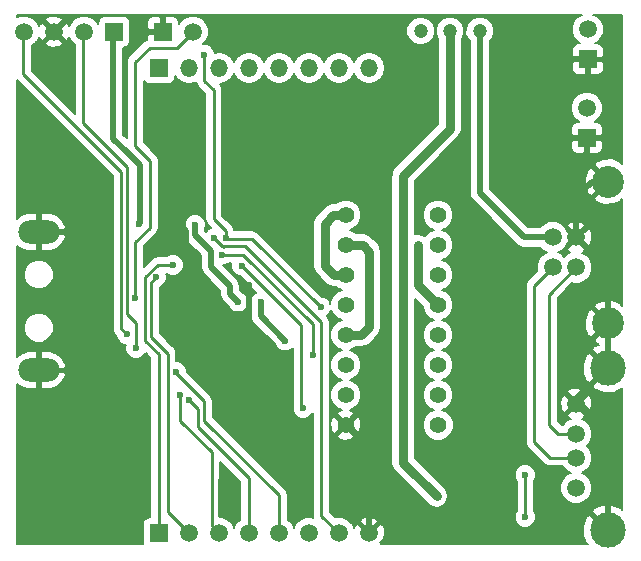
<source format=gbr>
G04 #@! TF.FileFunction,Copper,L2,Bot,Signal*
%FSLAX46Y46*%
G04 Gerber Fmt 4.6, Leading zero omitted, Abs format (unit mm)*
G04 Created by KiCad (PCBNEW 4.0.2-stable) date 29/05/2019 20:06:32*
%MOMM*%
G01*
G04 APERTURE LIST*
%ADD10C,0.100000*%
%ADD11C,1.200000*%
%ADD12R,1.524000X1.524000*%
%ADD13O,1.500000X1.500000*%
%ADD14R,1.500000X1.500000*%
%ADD15C,1.500000*%
%ADD16O,3.500000X2.000000*%
%ADD17C,1.520000*%
%ADD18C,2.700000*%
%ADD19C,3.000000*%
%ADD20C,1.400000*%
%ADD21C,0.600000*%
%ADD22C,0.500000*%
%ADD23C,0.250000*%
%ADD24C,0.800000*%
%ADD25C,0.200000*%
G04 APERTURE END LIST*
D10*
D11*
X176725000Y-54700000D03*
X179225000Y-54700000D03*
X181725000Y-54700000D03*
D12*
X154575001Y-57865000D03*
D13*
X157115001Y-57865000D03*
X159655001Y-57865000D03*
X162195001Y-57865000D03*
X164735001Y-57865000D03*
X167275001Y-57865000D03*
X169815001Y-57865000D03*
X172355001Y-57865000D03*
D14*
X154575001Y-97235000D03*
D15*
X157115001Y-97235000D03*
X159655001Y-97235000D03*
X162195001Y-97235000D03*
X164735001Y-97235000D03*
X167275001Y-97235000D03*
X169815001Y-97235000D03*
X172355001Y-97235000D03*
D14*
X150775000Y-54775000D03*
D15*
X148235000Y-54775000D03*
X145695000Y-54775000D03*
X143155000Y-54775000D03*
D16*
X144400000Y-71750000D03*
X144400000Y-83450000D03*
D17*
X187900000Y-74740000D03*
X187900000Y-72200000D03*
X189900000Y-72200000D03*
X189900000Y-74740000D03*
D18*
X192600000Y-79470000D03*
X192600000Y-67470000D03*
D15*
X189900000Y-86290000D03*
X189900000Y-88830000D03*
X189900000Y-90860000D03*
X189900000Y-93400000D03*
D19*
X192570000Y-83240000D03*
X192570000Y-96960000D03*
D14*
X154900000Y-54800000D03*
D15*
X157440000Y-54800000D03*
D14*
X190800000Y-63775000D03*
D15*
X190800000Y-61235000D03*
D14*
X190875000Y-57125000D03*
D15*
X190875000Y-54585000D03*
D20*
X170388400Y-70310000D03*
X170388400Y-72850000D03*
X170388400Y-75390000D03*
X170388400Y-77930000D03*
X170388400Y-80470000D03*
X170388400Y-83010000D03*
X170388400Y-85550000D03*
X170388400Y-88090000D03*
X178211600Y-88090000D03*
X178186200Y-85550000D03*
X178186200Y-83010000D03*
X178186200Y-80470000D03*
X178186200Y-77930000D03*
X178186200Y-75390000D03*
X178186200Y-72850000D03*
X178186200Y-70310000D03*
D15*
X168000000Y-54900000D03*
X160500000Y-54900000D03*
D21*
X158725000Y-82250000D03*
X156825000Y-77575000D03*
X155150000Y-69950000D03*
X157862500Y-79062500D03*
X159825000Y-95600000D03*
X159850000Y-92925000D03*
X161975000Y-83325000D03*
X162200000Y-76200000D03*
X162175000Y-78575000D03*
X157650000Y-71125000D03*
X161300000Y-77700000D03*
X165275000Y-80925000D03*
X163175000Y-77700000D03*
X152875000Y-71050000D03*
X185575000Y-95875000D03*
X185575000Y-92275000D03*
X161575000Y-74600000D03*
X166800000Y-86675000D03*
X159925000Y-73650000D03*
X167575000Y-82175000D03*
X160250000Y-72275000D03*
X158425000Y-56725000D03*
X168250000Y-78125000D03*
X159250000Y-72275000D03*
X155750000Y-74525000D03*
X154350000Y-75575000D03*
X152575000Y-77350000D03*
X151825000Y-80375000D03*
X152625000Y-81575000D03*
X156025000Y-83550000D03*
X156350000Y-85550000D03*
X157150000Y-85950000D03*
X178075000Y-94100000D03*
X170388400Y-75390000D03*
X176500000Y-72875000D03*
D22*
X190800000Y-63775000D02*
X189075000Y-63775000D01*
X189050000Y-57125000D02*
X190875000Y-57125000D01*
X188075000Y-58100000D02*
X189050000Y-57125000D01*
X188075000Y-62775000D02*
X188075000Y-58100000D01*
X189075000Y-63775000D02*
X188075000Y-62775000D01*
X159800000Y-83325000D02*
X158725000Y-82250000D01*
X159800000Y-83325000D02*
X161975000Y-83325000D01*
X156850000Y-77550000D02*
X156825000Y-77575000D01*
X156850000Y-71650000D02*
X156850000Y-77550000D01*
X155150000Y-69950000D02*
X156850000Y-71650000D01*
X162100000Y-78650000D02*
X162175000Y-78575000D01*
X158275000Y-78650000D02*
X162100000Y-78650000D01*
X157862500Y-79062500D02*
X158275000Y-78650000D01*
X159825000Y-92950000D02*
X159825000Y-95600000D01*
X159850000Y-92925000D02*
X159825000Y-92950000D01*
X161975000Y-83325000D02*
X162175000Y-83125000D01*
X162175000Y-83125000D02*
X162175000Y-78575000D01*
X162175000Y-76225000D02*
X162175000Y-78575000D01*
X162200000Y-76200000D02*
X162175000Y-76225000D01*
X192570000Y-96960000D02*
X192570000Y-88620000D01*
X192570000Y-88620000D02*
X190240000Y-86290000D01*
X190240000Y-86290000D02*
X189900000Y-86290000D01*
X189900000Y-86290000D02*
X189900000Y-85910000D01*
X189900000Y-85910000D02*
X192570000Y-83240000D01*
X192600000Y-79470000D02*
X192600000Y-74900000D01*
X192600000Y-74900000D02*
X189900000Y-72200000D01*
X189900000Y-72200000D02*
X189900000Y-68800000D01*
X189900000Y-68800000D02*
X191230000Y-67470000D01*
X191230000Y-67470000D02*
X192600000Y-67470000D01*
X192570000Y-83240000D02*
X192570000Y-79500000D01*
X192570000Y-79500000D02*
X192600000Y-79470000D01*
X190800000Y-63775000D02*
X190800000Y-65670000D01*
X190800000Y-65670000D02*
X192600000Y-67470000D01*
X170388400Y-88090000D02*
X170540000Y-88090000D01*
X170540000Y-88090000D02*
X172355001Y-89905001D01*
X172355001Y-89905001D02*
X172355001Y-97235000D01*
X158975000Y-74725000D02*
X158975000Y-73350000D01*
X157650000Y-72025000D02*
X157650000Y-71125000D01*
X158975000Y-73350000D02*
X157650000Y-72025000D01*
X161300000Y-77700000D02*
X160600000Y-77000000D01*
X160600000Y-77000000D02*
X160600000Y-76350000D01*
X160600000Y-76350000D02*
X158975000Y-74725000D01*
X163175000Y-78825000D02*
X163175000Y-77700000D01*
X165275000Y-80925000D02*
X163175000Y-78825000D01*
X151850000Y-65000000D02*
X152925000Y-66075000D01*
X152925000Y-66075000D02*
X152925000Y-71000000D01*
X152925000Y-71000000D02*
X152875000Y-71050000D01*
X150700000Y-54800000D02*
X150700000Y-63850000D01*
X150700000Y-63850000D02*
X151850000Y-65000000D01*
D23*
X185575000Y-92275000D02*
X185575000Y-95875000D01*
X166625000Y-79650000D02*
X161575000Y-74600000D01*
X166625000Y-86500000D02*
X166625000Y-79650000D01*
X166800000Y-86675000D02*
X166625000Y-86500000D01*
X161725000Y-73650000D02*
X159925000Y-73650000D01*
X167600000Y-79525000D02*
X161725000Y-73650000D01*
X167600000Y-82150000D02*
X167600000Y-79525000D01*
X167575000Y-82175000D02*
X167600000Y-82150000D01*
X160250000Y-72275000D02*
X160250000Y-71675000D01*
X160250000Y-71675000D02*
X159225000Y-70650000D01*
X160300000Y-72325000D02*
X160525000Y-72325000D01*
X160250000Y-72275000D02*
X160300000Y-72325000D01*
X159225000Y-70650000D02*
X159225000Y-59725000D01*
X159225000Y-59725000D02*
X158425000Y-58925000D01*
X158425000Y-58925000D02*
X158425000Y-56725000D01*
X162450000Y-72325000D02*
X160525000Y-72325000D01*
X168250000Y-78125000D02*
X162450000Y-72325000D01*
X160075000Y-72975000D02*
X160075000Y-72925000D01*
X160075000Y-72925000D02*
X161875000Y-72925000D01*
X161875000Y-72925000D02*
X168325000Y-79375000D01*
X168325000Y-79375000D02*
X168325000Y-95744999D01*
X168325000Y-95744999D02*
X169815001Y-97235000D01*
X159250000Y-72275000D02*
X159900000Y-72925000D01*
X159900000Y-72925000D02*
X160025000Y-72925000D01*
X160025000Y-72925000D02*
X160075000Y-72975000D01*
X154575001Y-97235000D02*
X154575001Y-82075001D01*
X154475000Y-74525000D02*
X155750000Y-74525000D01*
X153425000Y-75575000D02*
X154475000Y-74525000D01*
X153425000Y-80925000D02*
X153425000Y-75575000D01*
X154575001Y-82075001D02*
X153425000Y-80925000D01*
X155325000Y-94875000D02*
X155325000Y-95444999D01*
X155325000Y-95444999D02*
X157115001Y-97235000D01*
X155100000Y-81800000D02*
X155325000Y-82025000D01*
X155325000Y-82025000D02*
X155325000Y-82800000D01*
X155300000Y-82825000D02*
X155325000Y-82825000D01*
X155325000Y-82800000D02*
X155300000Y-82825000D01*
X157115001Y-97235000D02*
X157115001Y-97015001D01*
X155325000Y-94875000D02*
X155325000Y-82825000D01*
X155325000Y-82825000D02*
X155325000Y-82025000D01*
X153900000Y-80600000D02*
X155100000Y-81800000D01*
X153900000Y-76025000D02*
X153900000Y-80600000D01*
X154350000Y-75575000D02*
X153900000Y-76025000D01*
X152575000Y-74800000D02*
X152575000Y-72625000D01*
X152575000Y-72625000D02*
X153825000Y-71375000D01*
X152575000Y-75750000D02*
X152575000Y-74800000D01*
X153825000Y-65700000D02*
X152575000Y-64450000D01*
X153825000Y-71375000D02*
X153825000Y-65700000D01*
X156090000Y-56150000D02*
X157440000Y-54800000D01*
X153775000Y-56150000D02*
X156090000Y-56150000D01*
X152575000Y-57350000D02*
X153775000Y-56150000D01*
X152575000Y-76350000D02*
X152575000Y-75750000D01*
X152575000Y-64450000D02*
X152575000Y-57350000D01*
X152575000Y-77350000D02*
X152575000Y-76350000D01*
X143080000Y-58380000D02*
X143080000Y-54800000D01*
X151375000Y-66675000D02*
X143080000Y-58380000D01*
X151375000Y-79925000D02*
X151375000Y-66675000D01*
X151825000Y-80375000D02*
X151375000Y-79925000D01*
X148160000Y-62535000D02*
X148160000Y-54800000D01*
X151850000Y-66225000D02*
X148160000Y-62535000D01*
X151850000Y-78700000D02*
X151850000Y-66225000D01*
X152600000Y-79450000D02*
X151850000Y-78700000D01*
X152600000Y-81550000D02*
X152600000Y-79450000D01*
X152625000Y-81575000D02*
X152600000Y-81550000D01*
X164735001Y-97235000D02*
X164735001Y-94035001D01*
X156025000Y-83675000D02*
X156025000Y-83550000D01*
X158400000Y-86050000D02*
X156025000Y-83675000D01*
X158400000Y-87700000D02*
X158400000Y-86050000D01*
X164735001Y-94035001D02*
X158400000Y-87700000D01*
X159050000Y-91400000D02*
X159050000Y-90400000D01*
X159050000Y-91400000D02*
X159050000Y-96629999D01*
X159050000Y-96629999D02*
X159655001Y-97235000D01*
X159050000Y-90400000D02*
X156350000Y-87700000D01*
X156350000Y-87700000D02*
X156350000Y-85550000D01*
X157900000Y-88275000D02*
X157900000Y-86700000D01*
X157900000Y-86700000D02*
X157150000Y-85950000D01*
X162195001Y-97235000D02*
X162195001Y-92570001D01*
X162195001Y-92570001D02*
X157900000Y-88275000D01*
D24*
X179200000Y-63025000D02*
X179200000Y-54600000D01*
X175250000Y-66975000D02*
X179200000Y-63025000D01*
X175250000Y-91275000D02*
X175250000Y-66975000D01*
X178075000Y-94100000D02*
X175250000Y-91275000D01*
X170388400Y-80470000D02*
X171695000Y-80470000D01*
X171825000Y-72850000D02*
X170388400Y-72850000D01*
X172375000Y-73400000D02*
X171825000Y-72850000D01*
X172375000Y-79790000D02*
X172375000Y-73400000D01*
X171695000Y-80470000D02*
X172375000Y-79790000D01*
X176475000Y-76218800D02*
X178186200Y-77930000D01*
X176475000Y-72900000D02*
X176475000Y-76218800D01*
X176500000Y-72875000D02*
X176475000Y-72900000D01*
X170388400Y-70310000D02*
X169340000Y-70310000D01*
X169415000Y-75390000D02*
X170388400Y-75390000D01*
X168625000Y-74600000D02*
X169415000Y-75390000D01*
X168625000Y-71025000D02*
X168625000Y-74600000D01*
X169340000Y-70310000D02*
X168625000Y-71025000D01*
D22*
X187900000Y-72200000D02*
X185475000Y-72200000D01*
X181725000Y-68450000D02*
X181725000Y-54700000D01*
X185475000Y-72200000D02*
X181725000Y-68450000D01*
D23*
X189900000Y-90860000D02*
X187710000Y-90860000D01*
X186350000Y-76290000D02*
X187900000Y-74740000D01*
X186350000Y-89500000D02*
X186350000Y-76290000D01*
X187710000Y-90860000D02*
X186350000Y-89500000D01*
X189900000Y-88830000D02*
X188380000Y-88830000D01*
X187600000Y-77040000D02*
X189900000Y-74740000D01*
X187600000Y-88050000D02*
X187600000Y-77040000D01*
X188380000Y-88830000D02*
X187600000Y-88050000D01*
D25*
G36*
X142567348Y-58892652D02*
X150650000Y-66975305D01*
X150650000Y-79925000D01*
X150696031Y-80156415D01*
X150705187Y-80202446D01*
X150862348Y-80437652D01*
X150924890Y-80500194D01*
X150924844Y-80553236D01*
X151061572Y-80884143D01*
X151314525Y-81137538D01*
X151645194Y-81274843D01*
X151775084Y-81274957D01*
X151725157Y-81395194D01*
X151724844Y-81753236D01*
X151861572Y-82084143D01*
X152114525Y-82337538D01*
X152445194Y-82474843D01*
X152803236Y-82475156D01*
X153134143Y-82338428D01*
X153387538Y-82085475D01*
X153438189Y-81963493D01*
X153850001Y-82375305D01*
X153850001Y-95873246D01*
X153825001Y-95873246D01*
X153602655Y-95915083D01*
X153398443Y-96046490D01*
X153261445Y-96246993D01*
X153213247Y-96485000D01*
X153213247Y-97985000D01*
X153244294Y-98150000D01*
X142550000Y-98150000D01*
X142550000Y-84587068D01*
X142895429Y-84869274D01*
X143496000Y-85050000D01*
X144246000Y-85050000D01*
X144246000Y-83604000D01*
X144554000Y-83604000D01*
X144554000Y-85050000D01*
X145304000Y-85050000D01*
X145904571Y-84869274D01*
X146390265Y-84472476D01*
X146687140Y-83920016D01*
X146698874Y-83851237D01*
X146591799Y-83604000D01*
X144554000Y-83604000D01*
X144246000Y-83604000D01*
X144226000Y-83604000D01*
X144226000Y-83296000D01*
X144246000Y-83296000D01*
X144246000Y-81850000D01*
X144554000Y-81850000D01*
X144554000Y-83296000D01*
X146591799Y-83296000D01*
X146698874Y-83048763D01*
X146687140Y-82979984D01*
X146390265Y-82427524D01*
X145904571Y-82030726D01*
X145304000Y-81850000D01*
X144554000Y-81850000D01*
X144246000Y-81850000D01*
X143496000Y-81850000D01*
X142895429Y-82030726D01*
X142550000Y-82312932D01*
X142550000Y-80097550D01*
X143149783Y-80097550D01*
X143339684Y-80557143D01*
X143691007Y-80909081D01*
X144150269Y-81099783D01*
X144647550Y-81100217D01*
X145107143Y-80910316D01*
X145459081Y-80558993D01*
X145649783Y-80099731D01*
X145650217Y-79602450D01*
X145460316Y-79142857D01*
X145108993Y-78790919D01*
X144649731Y-78600217D01*
X144152450Y-78599783D01*
X143692857Y-78789684D01*
X143340919Y-79141007D01*
X143150217Y-79600269D01*
X143149783Y-80097550D01*
X142550000Y-80097550D01*
X142550000Y-75597550D01*
X143149783Y-75597550D01*
X143339684Y-76057143D01*
X143691007Y-76409081D01*
X144150269Y-76599783D01*
X144647550Y-76600217D01*
X145107143Y-76410316D01*
X145459081Y-76058993D01*
X145649783Y-75599731D01*
X145650217Y-75102450D01*
X145460316Y-74642857D01*
X145108993Y-74290919D01*
X144649731Y-74100217D01*
X144152450Y-74099783D01*
X143692857Y-74289684D01*
X143340919Y-74641007D01*
X143150217Y-75100269D01*
X143149783Y-75597550D01*
X142550000Y-75597550D01*
X142550000Y-72887068D01*
X142895429Y-73169274D01*
X143496000Y-73350000D01*
X144246000Y-73350000D01*
X144246000Y-71904000D01*
X144554000Y-71904000D01*
X144554000Y-73350000D01*
X145304000Y-73350000D01*
X145904571Y-73169274D01*
X146390265Y-72772476D01*
X146687140Y-72220016D01*
X146698874Y-72151237D01*
X146591799Y-71904000D01*
X144554000Y-71904000D01*
X144246000Y-71904000D01*
X144226000Y-71904000D01*
X144226000Y-71596000D01*
X144246000Y-71596000D01*
X144246000Y-70150000D01*
X144554000Y-70150000D01*
X144554000Y-71596000D01*
X146591799Y-71596000D01*
X146698874Y-71348763D01*
X146687140Y-71279984D01*
X146390265Y-70727524D01*
X145904571Y-70330726D01*
X145304000Y-70150000D01*
X144554000Y-70150000D01*
X144246000Y-70150000D01*
X143496000Y-70150000D01*
X142895429Y-70330726D01*
X142550000Y-70612932D01*
X142550000Y-58866689D01*
X142567348Y-58892652D01*
X142567348Y-58892652D01*
G37*
X142567348Y-58892652D02*
X150650000Y-66975305D01*
X150650000Y-79925000D01*
X150696031Y-80156415D01*
X150705187Y-80202446D01*
X150862348Y-80437652D01*
X150924890Y-80500194D01*
X150924844Y-80553236D01*
X151061572Y-80884143D01*
X151314525Y-81137538D01*
X151645194Y-81274843D01*
X151775084Y-81274957D01*
X151725157Y-81395194D01*
X151724844Y-81753236D01*
X151861572Y-82084143D01*
X152114525Y-82337538D01*
X152445194Y-82474843D01*
X152803236Y-82475156D01*
X153134143Y-82338428D01*
X153387538Y-82085475D01*
X153438189Y-81963493D01*
X153850001Y-82375305D01*
X153850001Y-95873246D01*
X153825001Y-95873246D01*
X153602655Y-95915083D01*
X153398443Y-96046490D01*
X153261445Y-96246993D01*
X153213247Y-96485000D01*
X153213247Y-97985000D01*
X153244294Y-98150000D01*
X142550000Y-98150000D01*
X142550000Y-84587068D01*
X142895429Y-84869274D01*
X143496000Y-85050000D01*
X144246000Y-85050000D01*
X144246000Y-83604000D01*
X144554000Y-83604000D01*
X144554000Y-85050000D01*
X145304000Y-85050000D01*
X145904571Y-84869274D01*
X146390265Y-84472476D01*
X146687140Y-83920016D01*
X146698874Y-83851237D01*
X146591799Y-83604000D01*
X144554000Y-83604000D01*
X144246000Y-83604000D01*
X144226000Y-83604000D01*
X144226000Y-83296000D01*
X144246000Y-83296000D01*
X144246000Y-81850000D01*
X144554000Y-81850000D01*
X144554000Y-83296000D01*
X146591799Y-83296000D01*
X146698874Y-83048763D01*
X146687140Y-82979984D01*
X146390265Y-82427524D01*
X145904571Y-82030726D01*
X145304000Y-81850000D01*
X144554000Y-81850000D01*
X144246000Y-81850000D01*
X143496000Y-81850000D01*
X142895429Y-82030726D01*
X142550000Y-82312932D01*
X142550000Y-80097550D01*
X143149783Y-80097550D01*
X143339684Y-80557143D01*
X143691007Y-80909081D01*
X144150269Y-81099783D01*
X144647550Y-81100217D01*
X145107143Y-80910316D01*
X145459081Y-80558993D01*
X145649783Y-80099731D01*
X145650217Y-79602450D01*
X145460316Y-79142857D01*
X145108993Y-78790919D01*
X144649731Y-78600217D01*
X144152450Y-78599783D01*
X143692857Y-78789684D01*
X143340919Y-79141007D01*
X143150217Y-79600269D01*
X143149783Y-80097550D01*
X142550000Y-80097550D01*
X142550000Y-75597550D01*
X143149783Y-75597550D01*
X143339684Y-76057143D01*
X143691007Y-76409081D01*
X144150269Y-76599783D01*
X144647550Y-76600217D01*
X145107143Y-76410316D01*
X145459081Y-76058993D01*
X145649783Y-75599731D01*
X145650217Y-75102450D01*
X145460316Y-74642857D01*
X145108993Y-74290919D01*
X144649731Y-74100217D01*
X144152450Y-74099783D01*
X143692857Y-74289684D01*
X143340919Y-74641007D01*
X143150217Y-75100269D01*
X143149783Y-75597550D01*
X142550000Y-75597550D01*
X142550000Y-72887068D01*
X142895429Y-73169274D01*
X143496000Y-73350000D01*
X144246000Y-73350000D01*
X144246000Y-71904000D01*
X144554000Y-71904000D01*
X144554000Y-73350000D01*
X145304000Y-73350000D01*
X145904571Y-73169274D01*
X146390265Y-72772476D01*
X146687140Y-72220016D01*
X146698874Y-72151237D01*
X146591799Y-71904000D01*
X144554000Y-71904000D01*
X144246000Y-71904000D01*
X144226000Y-71904000D01*
X144226000Y-71596000D01*
X144246000Y-71596000D01*
X144246000Y-70150000D01*
X144554000Y-70150000D01*
X144554000Y-71596000D01*
X146591799Y-71596000D01*
X146698874Y-71348763D01*
X146687140Y-71279984D01*
X146390265Y-70727524D01*
X145904571Y-70330726D01*
X145304000Y-70150000D01*
X144554000Y-70150000D01*
X144246000Y-70150000D01*
X143496000Y-70150000D01*
X142895429Y-70330726D01*
X142550000Y-70612932D01*
X142550000Y-58866689D01*
X142567348Y-58892652D01*
G36*
X190111285Y-53439858D02*
X189731193Y-53819288D01*
X189525235Y-54315290D01*
X189524766Y-54852353D01*
X189729858Y-55348715D01*
X190109288Y-55728807D01*
X190220533Y-55775000D01*
X190005652Y-55775000D01*
X189785127Y-55866345D01*
X189616344Y-56035128D01*
X189525000Y-56255653D01*
X189525000Y-56821000D01*
X189675000Y-56971000D01*
X190721000Y-56971000D01*
X190721000Y-56951000D01*
X191029000Y-56951000D01*
X191029000Y-56971000D01*
X192075000Y-56971000D01*
X192225000Y-56821000D01*
X192225000Y-56255653D01*
X192133656Y-56035128D01*
X191964873Y-55866345D01*
X191744348Y-55775000D01*
X191530150Y-55775000D01*
X191638715Y-55730142D01*
X192018807Y-55350712D01*
X192224765Y-54854710D01*
X192225234Y-54317647D01*
X192020142Y-53821285D01*
X191640712Y-53441193D01*
X191360888Y-53325000D01*
X193750000Y-53325000D01*
X193750000Y-65993575D01*
X193640537Y-65775823D01*
X192912998Y-65506588D01*
X192137807Y-65536264D01*
X191559463Y-65775823D01*
X191413658Y-66065869D01*
X192600000Y-67252211D01*
X192614142Y-67238069D01*
X192831931Y-67455858D01*
X192817789Y-67470000D01*
X192831931Y-67484142D01*
X192614142Y-67701931D01*
X192600000Y-67687789D01*
X191413658Y-68874131D01*
X191559463Y-69164177D01*
X192287002Y-69433412D01*
X193062193Y-69403736D01*
X193640537Y-69164177D01*
X193750000Y-68946425D01*
X193750000Y-77993575D01*
X193640537Y-77775823D01*
X192912998Y-77506588D01*
X192137807Y-77536264D01*
X191559463Y-77775823D01*
X191413658Y-78065869D01*
X192600000Y-79252211D01*
X192614142Y-79238069D01*
X192831931Y-79455858D01*
X192817789Y-79470000D01*
X192831931Y-79484142D01*
X192614142Y-79701931D01*
X192600000Y-79687789D01*
X191413658Y-80874131D01*
X191559463Y-81164177D01*
X191824427Y-81262230D01*
X191439317Y-81421748D01*
X191275162Y-81727373D01*
X192570000Y-83022211D01*
X192584142Y-83008069D01*
X192801931Y-83225858D01*
X192787789Y-83240000D01*
X192801931Y-83254142D01*
X192584142Y-83471931D01*
X192570000Y-83457789D01*
X191275162Y-84752627D01*
X191439317Y-85058252D01*
X192221200Y-85352539D01*
X193056185Y-85325212D01*
X193700683Y-85058252D01*
X193750000Y-84966433D01*
X193750000Y-95233567D01*
X193700683Y-95141748D01*
X192918800Y-94847461D01*
X192083815Y-94874788D01*
X191439317Y-95141748D01*
X191275162Y-95447373D01*
X192570000Y-96742211D01*
X192584142Y-96728069D01*
X192801931Y-96945858D01*
X192787789Y-96960000D01*
X192801931Y-96974142D01*
X192584142Y-97191931D01*
X192570000Y-97177789D01*
X192555858Y-97191931D01*
X192338069Y-96974142D01*
X192352211Y-96960000D01*
X191057373Y-95665162D01*
X190751748Y-95829317D01*
X190457461Y-96611200D01*
X190484788Y-97446185D01*
X190751748Y-98090683D01*
X190862185Y-98150000D01*
X173383822Y-98150000D01*
X173435807Y-98098015D01*
X173324263Y-97986471D01*
X173552098Y-97914387D01*
X173720964Y-97404563D01*
X173681876Y-96868924D01*
X173552098Y-96555613D01*
X173324261Y-96483529D01*
X172572790Y-97235000D01*
X172586932Y-97249142D01*
X172369143Y-97466931D01*
X172355001Y-97452789D01*
X172340859Y-97466931D01*
X172123070Y-97249142D01*
X172137212Y-97235000D01*
X171385741Y-96483529D01*
X171157904Y-96555613D01*
X171085415Y-96774466D01*
X170960143Y-96471285D01*
X170754956Y-96265740D01*
X171603530Y-96265740D01*
X172355001Y-97017211D01*
X173106472Y-96265740D01*
X173034388Y-96037903D01*
X172524564Y-95869037D01*
X171988925Y-95908125D01*
X171675614Y-96037903D01*
X171603530Y-96265740D01*
X170754956Y-96265740D01*
X170580713Y-96091193D01*
X170084711Y-95885235D01*
X169547648Y-95884766D01*
X169506906Y-95901600D01*
X169050000Y-95444695D01*
X169050000Y-89022912D01*
X169673277Y-89022912D01*
X169739174Y-89245584D01*
X170230816Y-89406068D01*
X170746448Y-89366193D01*
X171037626Y-89245584D01*
X171103523Y-89022912D01*
X170388400Y-88307789D01*
X169673277Y-89022912D01*
X169050000Y-89022912D01*
X169050000Y-87932416D01*
X169072332Y-87932416D01*
X169112207Y-88448048D01*
X169232816Y-88739226D01*
X169455488Y-88805123D01*
X170170611Y-88090000D01*
X170606189Y-88090000D01*
X171321312Y-88805123D01*
X171543984Y-88739226D01*
X171704468Y-88247584D01*
X171664593Y-87731952D01*
X171543984Y-87440774D01*
X171321312Y-87374877D01*
X170606189Y-88090000D01*
X170170611Y-88090000D01*
X169455488Y-87374877D01*
X169232816Y-87440774D01*
X169072332Y-87932416D01*
X169050000Y-87932416D01*
X169050000Y-79375000D01*
X168994813Y-79097555D01*
X168916390Y-78980187D01*
X168837652Y-78862347D01*
X168811484Y-78836179D01*
X169012538Y-78635475D01*
X169143237Y-78320715D01*
X169285671Y-78665429D01*
X169651047Y-79031444D01*
X170057385Y-79200170D01*
X169652971Y-79367271D01*
X169286956Y-79732647D01*
X169088626Y-80210279D01*
X169088174Y-80727452D01*
X169285671Y-81205429D01*
X169651047Y-81571444D01*
X170057385Y-81740170D01*
X169652971Y-81907271D01*
X169286956Y-82272647D01*
X169088626Y-82750279D01*
X169088174Y-83267452D01*
X169285671Y-83745429D01*
X169651047Y-84111444D01*
X170057385Y-84280170D01*
X169652971Y-84447271D01*
X169286956Y-84812647D01*
X169088626Y-85290279D01*
X169088174Y-85807452D01*
X169285671Y-86285429D01*
X169651047Y-86651444D01*
X170040223Y-86813044D01*
X170030352Y-86813807D01*
X169739174Y-86934416D01*
X169673277Y-87157088D01*
X170388400Y-87872211D01*
X171103523Y-87157088D01*
X171037626Y-86934416D01*
X170704929Y-86825816D01*
X171123829Y-86652729D01*
X171489844Y-86287353D01*
X171688174Y-85809721D01*
X171688626Y-85292548D01*
X171491129Y-84814571D01*
X171125753Y-84448556D01*
X170719415Y-84279830D01*
X171123829Y-84112729D01*
X171489844Y-83747353D01*
X171688174Y-83269721D01*
X171688626Y-82752548D01*
X171491129Y-82274571D01*
X171125753Y-81908556D01*
X170719415Y-81739830D01*
X171123829Y-81572729D01*
X171226738Y-81470000D01*
X171695000Y-81470000D01*
X172077684Y-81393880D01*
X172402107Y-81177107D01*
X173082107Y-80497107D01*
X173100219Y-80470000D01*
X173298880Y-80172683D01*
X173375000Y-79790000D01*
X173375000Y-73400000D01*
X173298880Y-73017317D01*
X173082107Y-72692893D01*
X173082104Y-72692891D01*
X172532107Y-72142893D01*
X172207684Y-71926120D01*
X171825000Y-71850000D01*
X171227020Y-71850000D01*
X171125753Y-71748556D01*
X170719415Y-71579830D01*
X171123829Y-71412729D01*
X171489844Y-71047353D01*
X171688174Y-70569721D01*
X171688626Y-70052548D01*
X171491129Y-69574571D01*
X171125753Y-69208556D01*
X170648121Y-69010226D01*
X170130948Y-69009774D01*
X169652971Y-69207271D01*
X169550062Y-69310000D01*
X169340005Y-69310000D01*
X169340000Y-69309999D01*
X168957316Y-69386120D01*
X168632893Y-69602893D01*
X167917893Y-70317893D01*
X167701120Y-70642316D01*
X167629973Y-71000000D01*
X167625000Y-71025000D01*
X167625000Y-74600000D01*
X167701120Y-74982684D01*
X167917893Y-75307107D01*
X168707893Y-76097107D01*
X169032316Y-76313880D01*
X169415000Y-76390001D01*
X169415005Y-76390000D01*
X169549780Y-76390000D01*
X169651047Y-76491444D01*
X170057385Y-76660170D01*
X169652971Y-76827271D01*
X169286956Y-77192647D01*
X169088626Y-77670279D01*
X169088515Y-77797581D01*
X169013428Y-77615857D01*
X168760475Y-77362462D01*
X168429806Y-77225157D01*
X168375414Y-77225109D01*
X162962652Y-71812348D01*
X162727446Y-71655187D01*
X162681415Y-71646031D01*
X162450000Y-71600000D01*
X160960082Y-71600000D01*
X160919813Y-71397555D01*
X160919813Y-71397554D01*
X160762652Y-71162348D01*
X159950000Y-70349696D01*
X159950000Y-66975000D01*
X174250000Y-66975000D01*
X174250000Y-91275000D01*
X174326120Y-91657684D01*
X174542893Y-91982107D01*
X177367893Y-94807107D01*
X177692316Y-95023879D01*
X178075000Y-95100000D01*
X178457684Y-95023879D01*
X178782107Y-94807107D01*
X178998879Y-94482684D01*
X179075000Y-94100000D01*
X178998879Y-93717316D01*
X178782107Y-93392893D01*
X177842450Y-92453236D01*
X184674844Y-92453236D01*
X184811572Y-92784143D01*
X184850000Y-92822638D01*
X184850000Y-95327052D01*
X184812462Y-95364525D01*
X184675157Y-95695194D01*
X184674844Y-96053236D01*
X184811572Y-96384143D01*
X185064525Y-96637538D01*
X185395194Y-96774843D01*
X185753236Y-96775156D01*
X186084143Y-96638428D01*
X186337538Y-96385475D01*
X186474843Y-96054806D01*
X186475156Y-95696764D01*
X186338428Y-95365857D01*
X186300000Y-95327362D01*
X186300000Y-92822948D01*
X186337538Y-92785475D01*
X186474843Y-92454806D01*
X186475156Y-92096764D01*
X186338428Y-91765857D01*
X186085475Y-91512462D01*
X185754806Y-91375157D01*
X185396764Y-91374844D01*
X185065857Y-91511572D01*
X184812462Y-91764525D01*
X184675157Y-92095194D01*
X184674844Y-92453236D01*
X177842450Y-92453236D01*
X176250000Y-90860786D01*
X176250000Y-77408014D01*
X176886099Y-78044113D01*
X176885974Y-78187452D01*
X177083471Y-78665429D01*
X177448847Y-79031444D01*
X177855185Y-79200170D01*
X177450771Y-79367271D01*
X177084756Y-79732647D01*
X176886426Y-80210279D01*
X176885974Y-80727452D01*
X177083471Y-81205429D01*
X177448847Y-81571444D01*
X177855185Y-81740170D01*
X177450771Y-81907271D01*
X177084756Y-82272647D01*
X176886426Y-82750279D01*
X176885974Y-83267452D01*
X177083471Y-83745429D01*
X177448847Y-84111444D01*
X177855185Y-84280170D01*
X177450771Y-84447271D01*
X177084756Y-84812647D01*
X176886426Y-85290279D01*
X176885974Y-85807452D01*
X177083471Y-86285429D01*
X177448847Y-86651444D01*
X177867853Y-86825430D01*
X177476171Y-86987271D01*
X177110156Y-87352647D01*
X176911826Y-87830279D01*
X176911374Y-88347452D01*
X177108871Y-88825429D01*
X177474247Y-89191444D01*
X177951879Y-89389774D01*
X178469052Y-89390226D01*
X178947029Y-89192729D01*
X179313044Y-88827353D01*
X179511374Y-88349721D01*
X179511826Y-87832548D01*
X179314329Y-87354571D01*
X178948953Y-86988556D01*
X178529947Y-86814570D01*
X178921629Y-86652729D01*
X179287644Y-86287353D01*
X179485974Y-85809721D01*
X179486426Y-85292548D01*
X179288929Y-84814571D01*
X178923553Y-84448556D01*
X178517215Y-84279830D01*
X178921629Y-84112729D01*
X179287644Y-83747353D01*
X179485974Y-83269721D01*
X179486426Y-82752548D01*
X179288929Y-82274571D01*
X178923553Y-81908556D01*
X178517215Y-81739830D01*
X178921629Y-81572729D01*
X179287644Y-81207353D01*
X179485974Y-80729721D01*
X179486426Y-80212548D01*
X179288929Y-79734571D01*
X178923553Y-79368556D01*
X178517215Y-79199830D01*
X178921629Y-79032729D01*
X179287644Y-78667353D01*
X179485974Y-78189721D01*
X179486426Y-77672548D01*
X179288929Y-77194571D01*
X178923553Y-76828556D01*
X178517215Y-76659830D01*
X178921629Y-76492729D01*
X179287644Y-76127353D01*
X179485974Y-75649721D01*
X179486426Y-75132548D01*
X179288929Y-74654571D01*
X178923553Y-74288556D01*
X178517215Y-74119830D01*
X178921629Y-73952729D01*
X179287644Y-73587353D01*
X179485974Y-73109721D01*
X179486426Y-72592548D01*
X179288929Y-72114571D01*
X178923553Y-71748556D01*
X178517215Y-71579830D01*
X178921629Y-71412729D01*
X179287644Y-71047353D01*
X179485974Y-70569721D01*
X179486426Y-70052548D01*
X179288929Y-69574571D01*
X178923553Y-69208556D01*
X178445921Y-69010226D01*
X177928748Y-69009774D01*
X177450771Y-69207271D01*
X177084756Y-69572647D01*
X176886426Y-70050279D01*
X176885974Y-70567452D01*
X177083471Y-71045429D01*
X177448847Y-71411444D01*
X177855185Y-71580170D01*
X177450771Y-71747271D01*
X177100662Y-72096769D01*
X176882684Y-71951121D01*
X176500000Y-71875000D01*
X176250000Y-71924728D01*
X176250000Y-67389214D01*
X179907104Y-63732109D01*
X179907107Y-63732107D01*
X180081573Y-63471000D01*
X180123880Y-63407684D01*
X180200001Y-63025000D01*
X180200000Y-63024995D01*
X180200000Y-55422277D01*
X180241717Y-55380633D01*
X180424791Y-54939742D01*
X180424792Y-54937647D01*
X180524793Y-54937647D01*
X180707097Y-55378857D01*
X180875000Y-55547054D01*
X180875000Y-68450000D01*
X180939702Y-68775281D01*
X181123959Y-69051041D01*
X184873959Y-72801041D01*
X185149719Y-72985298D01*
X185475000Y-73050000D01*
X186826863Y-73050000D01*
X187128616Y-73352280D01*
X187412198Y-73470033D01*
X187130628Y-73586376D01*
X186747720Y-73968616D01*
X186540237Y-74468292D01*
X186539764Y-75009334D01*
X186558944Y-75055752D01*
X185837348Y-75777348D01*
X185680187Y-76012554D01*
X185677225Y-76027445D01*
X185625000Y-76290000D01*
X185625000Y-89500000D01*
X185659810Y-89675000D01*
X185680187Y-89777446D01*
X185837348Y-90012652D01*
X187197347Y-91372652D01*
X187354508Y-91477663D01*
X187432555Y-91529813D01*
X187710000Y-91585000D01*
X188738861Y-91585000D01*
X188754858Y-91623715D01*
X189134288Y-92003807D01*
X189438330Y-92130056D01*
X189136285Y-92254858D01*
X188756193Y-92634288D01*
X188550235Y-93130290D01*
X188549766Y-93667353D01*
X188754858Y-94163715D01*
X189134288Y-94543807D01*
X189630290Y-94749765D01*
X190167353Y-94750234D01*
X190663715Y-94545142D01*
X191043807Y-94165712D01*
X191249765Y-93669710D01*
X191250234Y-93132647D01*
X191045142Y-92636285D01*
X190665712Y-92256193D01*
X190361670Y-92129944D01*
X190663715Y-92005142D01*
X191043807Y-91625712D01*
X191249765Y-91129710D01*
X191250234Y-90592647D01*
X191045142Y-90096285D01*
X190794190Y-89844895D01*
X191043807Y-89595712D01*
X191249765Y-89099710D01*
X191250234Y-88562647D01*
X191045142Y-88066285D01*
X190665712Y-87686193D01*
X190382569Y-87568622D01*
X190579387Y-87487097D01*
X190651471Y-87259260D01*
X189900000Y-86507789D01*
X189148529Y-87259260D01*
X189220613Y-87487097D01*
X189439466Y-87559586D01*
X189136285Y-87684858D01*
X188756193Y-88064288D01*
X188739288Y-88105000D01*
X188680305Y-88105000D01*
X188325000Y-87749696D01*
X188325000Y-86120437D01*
X188534037Y-86120437D01*
X188573125Y-86656076D01*
X188702903Y-86969387D01*
X188930740Y-87041471D01*
X189682211Y-86290000D01*
X190117789Y-86290000D01*
X190869260Y-87041471D01*
X191097097Y-86969387D01*
X191265963Y-86459563D01*
X191226875Y-85923924D01*
X191097097Y-85610613D01*
X190869260Y-85538529D01*
X190117789Y-86290000D01*
X189682211Y-86290000D01*
X188930740Y-85538529D01*
X188702903Y-85610613D01*
X188534037Y-86120437D01*
X188325000Y-86120437D01*
X188325000Y-85320740D01*
X189148529Y-85320740D01*
X189900000Y-86072211D01*
X190651471Y-85320740D01*
X190579387Y-85092903D01*
X190069563Y-84924037D01*
X189533924Y-84963125D01*
X189220613Y-85092903D01*
X189148529Y-85320740D01*
X188325000Y-85320740D01*
X188325000Y-82891200D01*
X190457461Y-82891200D01*
X190484788Y-83726185D01*
X190751748Y-84370683D01*
X191057373Y-84534838D01*
X192352211Y-83240000D01*
X191057373Y-81945162D01*
X190751748Y-82109317D01*
X190457461Y-82891200D01*
X188325000Y-82891200D01*
X188325000Y-79157002D01*
X190636588Y-79157002D01*
X190666264Y-79932193D01*
X190905823Y-80510537D01*
X191195869Y-80656342D01*
X192382211Y-79470000D01*
X191195869Y-78283658D01*
X190905823Y-78429463D01*
X190636588Y-79157002D01*
X188325000Y-79157002D01*
X188325000Y-77340304D01*
X189583953Y-76081352D01*
X189628292Y-76099763D01*
X190169334Y-76100236D01*
X190669372Y-75893624D01*
X191052280Y-75511384D01*
X191259763Y-75011708D01*
X191260236Y-74470666D01*
X191053624Y-73970628D01*
X190671384Y-73587720D01*
X190408644Y-73478621D01*
X190585418Y-73405398D01*
X190658738Y-73176527D01*
X189900000Y-72417789D01*
X189141262Y-73176527D01*
X189214582Y-73405398D01*
X189410854Y-73470589D01*
X189130628Y-73586376D01*
X188899933Y-73816668D01*
X188671384Y-73587720D01*
X188387802Y-73469967D01*
X188669372Y-73353624D01*
X189052280Y-72971384D01*
X189152724Y-72729487D01*
X189682211Y-72200000D01*
X190117789Y-72200000D01*
X190876527Y-72958738D01*
X191105398Y-72885418D01*
X191275941Y-72371958D01*
X191237010Y-71832319D01*
X191105398Y-71514582D01*
X190876527Y-71441262D01*
X190117789Y-72200000D01*
X189682211Y-72200000D01*
X189152756Y-71670545D01*
X189053624Y-71430628D01*
X188846831Y-71223473D01*
X189141262Y-71223473D01*
X189900000Y-71982211D01*
X190658738Y-71223473D01*
X190585418Y-70994602D01*
X190071958Y-70824059D01*
X189532319Y-70862990D01*
X189214582Y-70994602D01*
X189141262Y-71223473D01*
X188846831Y-71223473D01*
X188671384Y-71047720D01*
X188171708Y-70840237D01*
X187630666Y-70839764D01*
X187130628Y-71046376D01*
X186826473Y-71350000D01*
X185827082Y-71350000D01*
X182575000Y-68097918D01*
X182575000Y-67157002D01*
X190636588Y-67157002D01*
X190666264Y-67932193D01*
X190905823Y-68510537D01*
X191195869Y-68656342D01*
X192382211Y-67470000D01*
X191195869Y-66283658D01*
X190905823Y-66429463D01*
X190636588Y-67157002D01*
X182575000Y-67157002D01*
X182575000Y-64079000D01*
X189450000Y-64079000D01*
X189450000Y-64644347D01*
X189541344Y-64864872D01*
X189710127Y-65033655D01*
X189930652Y-65125000D01*
X190496000Y-65125000D01*
X190646000Y-64975000D01*
X190646000Y-63929000D01*
X190954000Y-63929000D01*
X190954000Y-64975000D01*
X191104000Y-65125000D01*
X191669348Y-65125000D01*
X191889873Y-65033655D01*
X192058656Y-64864872D01*
X192150000Y-64644347D01*
X192150000Y-64079000D01*
X192000000Y-63929000D01*
X190954000Y-63929000D01*
X190646000Y-63929000D01*
X189600000Y-63929000D01*
X189450000Y-64079000D01*
X182575000Y-64079000D01*
X182575000Y-61502353D01*
X189449766Y-61502353D01*
X189654858Y-61998715D01*
X190034288Y-62378807D01*
X190145533Y-62425000D01*
X189930652Y-62425000D01*
X189710127Y-62516345D01*
X189541344Y-62685128D01*
X189450000Y-62905653D01*
X189450000Y-63471000D01*
X189600000Y-63621000D01*
X190646000Y-63621000D01*
X190646000Y-63601000D01*
X190954000Y-63601000D01*
X190954000Y-63621000D01*
X192000000Y-63621000D01*
X192150000Y-63471000D01*
X192150000Y-62905653D01*
X192058656Y-62685128D01*
X191889873Y-62516345D01*
X191669348Y-62425000D01*
X191455150Y-62425000D01*
X191563715Y-62380142D01*
X191943807Y-62000712D01*
X192149765Y-61504710D01*
X192150234Y-60967647D01*
X191945142Y-60471285D01*
X191565712Y-60091193D01*
X191069710Y-59885235D01*
X190532647Y-59884766D01*
X190036285Y-60089858D01*
X189656193Y-60469288D01*
X189450235Y-60965290D01*
X189449766Y-61502353D01*
X182575000Y-61502353D01*
X182575000Y-57429000D01*
X189525000Y-57429000D01*
X189525000Y-57994347D01*
X189616344Y-58214872D01*
X189785127Y-58383655D01*
X190005652Y-58475000D01*
X190571000Y-58475000D01*
X190721000Y-58325000D01*
X190721000Y-57279000D01*
X191029000Y-57279000D01*
X191029000Y-58325000D01*
X191179000Y-58475000D01*
X191744348Y-58475000D01*
X191964873Y-58383655D01*
X192133656Y-58214872D01*
X192225000Y-57994347D01*
X192225000Y-57429000D01*
X192075000Y-57279000D01*
X191029000Y-57279000D01*
X190721000Y-57279000D01*
X189675000Y-57279000D01*
X189525000Y-57429000D01*
X182575000Y-57429000D01*
X182575000Y-55547059D01*
X182741717Y-55380633D01*
X182924791Y-54939742D01*
X182925207Y-54462353D01*
X182742903Y-54021143D01*
X182405633Y-53683283D01*
X181964742Y-53500209D01*
X181487353Y-53499793D01*
X181046143Y-53682097D01*
X180708283Y-54019367D01*
X180525209Y-54460258D01*
X180524793Y-54937647D01*
X180424792Y-54937647D01*
X180425207Y-54462353D01*
X180242903Y-54021143D01*
X179905633Y-53683283D01*
X179464742Y-53500209D01*
X178987353Y-53499793D01*
X178546143Y-53682097D01*
X178208283Y-54019367D01*
X178025209Y-54460258D01*
X178024793Y-54937647D01*
X178200000Y-55361681D01*
X178200000Y-62610787D01*
X174542893Y-66267893D01*
X174326120Y-66592316D01*
X174265950Y-66894813D01*
X174250000Y-66975000D01*
X159950000Y-66975000D01*
X159950000Y-59725000D01*
X159894813Y-59447555D01*
X159894813Y-59447554D01*
X159737653Y-59212348D01*
X159730540Y-59205235D01*
X160198072Y-59112237D01*
X160636043Y-58819594D01*
X160925001Y-58387138D01*
X161213959Y-58819594D01*
X161651930Y-59112237D01*
X162168553Y-59215000D01*
X162221449Y-59215000D01*
X162738072Y-59112237D01*
X163176043Y-58819594D01*
X163465001Y-58387138D01*
X163753959Y-58819594D01*
X164191930Y-59112237D01*
X164708553Y-59215000D01*
X164761449Y-59215000D01*
X165278072Y-59112237D01*
X165716043Y-58819594D01*
X166005001Y-58387138D01*
X166293959Y-58819594D01*
X166731930Y-59112237D01*
X167248553Y-59215000D01*
X167301449Y-59215000D01*
X167818072Y-59112237D01*
X168256043Y-58819594D01*
X168545001Y-58387138D01*
X168833959Y-58819594D01*
X169271930Y-59112237D01*
X169788553Y-59215000D01*
X169841449Y-59215000D01*
X170358072Y-59112237D01*
X170796043Y-58819594D01*
X171085001Y-58387138D01*
X171373959Y-58819594D01*
X171811930Y-59112237D01*
X172328553Y-59215000D01*
X172381449Y-59215000D01*
X172898072Y-59112237D01*
X173336043Y-58819594D01*
X173628686Y-58381623D01*
X173731449Y-57865000D01*
X173628686Y-57348377D01*
X173336043Y-56910406D01*
X172898072Y-56617763D01*
X172381449Y-56515000D01*
X172328553Y-56515000D01*
X171811930Y-56617763D01*
X171373959Y-56910406D01*
X171085001Y-57342862D01*
X170796043Y-56910406D01*
X170358072Y-56617763D01*
X169841449Y-56515000D01*
X169788553Y-56515000D01*
X169271930Y-56617763D01*
X168833959Y-56910406D01*
X168545001Y-57342862D01*
X168256043Y-56910406D01*
X167818072Y-56617763D01*
X167301449Y-56515000D01*
X167248553Y-56515000D01*
X166731930Y-56617763D01*
X166293959Y-56910406D01*
X166005001Y-57342862D01*
X165716043Y-56910406D01*
X165278072Y-56617763D01*
X164761449Y-56515000D01*
X164708553Y-56515000D01*
X164191930Y-56617763D01*
X163753959Y-56910406D01*
X163465001Y-57342862D01*
X163176043Y-56910406D01*
X162738072Y-56617763D01*
X162221449Y-56515000D01*
X162168553Y-56515000D01*
X161651930Y-56617763D01*
X161213959Y-56910406D01*
X160925001Y-57342862D01*
X160636043Y-56910406D01*
X160198072Y-56617763D01*
X159681449Y-56515000D01*
X159628553Y-56515000D01*
X159325131Y-56575355D01*
X159325156Y-56546764D01*
X159188428Y-56215857D01*
X158935475Y-55962462D01*
X158604806Y-55825157D01*
X158324155Y-55824912D01*
X158583807Y-55565712D01*
X158789765Y-55069710D01*
X158789880Y-54937647D01*
X175524793Y-54937647D01*
X175707097Y-55378857D01*
X176044367Y-55716717D01*
X176485258Y-55899791D01*
X176962647Y-55900207D01*
X177403857Y-55717903D01*
X177741717Y-55380633D01*
X177924791Y-54939742D01*
X177925207Y-54462353D01*
X177742903Y-54021143D01*
X177405633Y-53683283D01*
X176964742Y-53500209D01*
X176487353Y-53499793D01*
X176046143Y-53682097D01*
X175708283Y-54019367D01*
X175525209Y-54460258D01*
X175524793Y-54937647D01*
X158789880Y-54937647D01*
X158790234Y-54532647D01*
X158585142Y-54036285D01*
X158205712Y-53656193D01*
X157709710Y-53450235D01*
X157172647Y-53449766D01*
X156676285Y-53654858D01*
X156296193Y-54034288D01*
X156250000Y-54145533D01*
X156250000Y-53930652D01*
X156158655Y-53710127D01*
X155989872Y-53541344D01*
X155769347Y-53450000D01*
X155204000Y-53450000D01*
X155054000Y-53600000D01*
X155054000Y-54646000D01*
X155074000Y-54646000D01*
X155074000Y-54954000D01*
X155054000Y-54954000D01*
X155054000Y-54974000D01*
X154746000Y-54974000D01*
X154746000Y-54954000D01*
X153700000Y-54954000D01*
X153550000Y-55104000D01*
X153550000Y-55469755D01*
X153497555Y-55480187D01*
X153497553Y-55480188D01*
X153497554Y-55480188D01*
X153262347Y-55637348D01*
X152062348Y-56837348D01*
X151905187Y-57072554D01*
X151905187Y-57072555D01*
X151850000Y-57350000D01*
X151850000Y-63797918D01*
X151550000Y-63497918D01*
X151550000Y-56132050D01*
X151747346Y-56094917D01*
X151951558Y-55963510D01*
X152088556Y-55763007D01*
X152136754Y-55525000D01*
X152136754Y-54025000D01*
X152119002Y-53930652D01*
X153550000Y-53930652D01*
X153550000Y-54496000D01*
X153700000Y-54646000D01*
X154746000Y-54646000D01*
X154746000Y-53600000D01*
X154596000Y-53450000D01*
X154030653Y-53450000D01*
X153810128Y-53541344D01*
X153641345Y-53710127D01*
X153550000Y-53930652D01*
X152119002Y-53930652D01*
X152094917Y-53802654D01*
X151963510Y-53598442D01*
X151763007Y-53461444D01*
X151525000Y-53413246D01*
X150025000Y-53413246D01*
X149802654Y-53455083D01*
X149598442Y-53586490D01*
X149461444Y-53786993D01*
X149413246Y-54025000D01*
X149413246Y-54091403D01*
X149380142Y-54011285D01*
X149000712Y-53631193D01*
X148504710Y-53425235D01*
X147967647Y-53424766D01*
X147471285Y-53629858D01*
X147091193Y-54009288D01*
X146973622Y-54292431D01*
X146892097Y-54095613D01*
X146664260Y-54023529D01*
X145912789Y-54775000D01*
X146664260Y-55526471D01*
X146892097Y-55454387D01*
X146964586Y-55235534D01*
X147089858Y-55538715D01*
X147435000Y-55884459D01*
X147435000Y-61709696D01*
X143805000Y-58079696D01*
X143805000Y-55967128D01*
X143918715Y-55920142D01*
X144094903Y-55744260D01*
X144943529Y-55744260D01*
X145015613Y-55972097D01*
X145525437Y-56140963D01*
X146061076Y-56101875D01*
X146374387Y-55972097D01*
X146446471Y-55744260D01*
X145695000Y-54992789D01*
X144943529Y-55744260D01*
X144094903Y-55744260D01*
X144298807Y-55540712D01*
X144416378Y-55257569D01*
X144497903Y-55454387D01*
X144725740Y-55526471D01*
X145477211Y-54775000D01*
X144725740Y-54023529D01*
X144497903Y-54095613D01*
X144425414Y-54314466D01*
X144300142Y-54011285D01*
X144094955Y-53805740D01*
X144943529Y-53805740D01*
X145695000Y-54557211D01*
X146446471Y-53805740D01*
X146374387Y-53577903D01*
X145864563Y-53409037D01*
X145328924Y-53448125D01*
X145015613Y-53577903D01*
X144943529Y-53805740D01*
X144094955Y-53805740D01*
X143920712Y-53631193D01*
X143424710Y-53425235D01*
X142887647Y-53424766D01*
X142550000Y-53564278D01*
X142550000Y-53325000D01*
X190389263Y-53325000D01*
X190111285Y-53439858D01*
X190111285Y-53439858D01*
G37*
X190111285Y-53439858D02*
X189731193Y-53819288D01*
X189525235Y-54315290D01*
X189524766Y-54852353D01*
X189729858Y-55348715D01*
X190109288Y-55728807D01*
X190220533Y-55775000D01*
X190005652Y-55775000D01*
X189785127Y-55866345D01*
X189616344Y-56035128D01*
X189525000Y-56255653D01*
X189525000Y-56821000D01*
X189675000Y-56971000D01*
X190721000Y-56971000D01*
X190721000Y-56951000D01*
X191029000Y-56951000D01*
X191029000Y-56971000D01*
X192075000Y-56971000D01*
X192225000Y-56821000D01*
X192225000Y-56255653D01*
X192133656Y-56035128D01*
X191964873Y-55866345D01*
X191744348Y-55775000D01*
X191530150Y-55775000D01*
X191638715Y-55730142D01*
X192018807Y-55350712D01*
X192224765Y-54854710D01*
X192225234Y-54317647D01*
X192020142Y-53821285D01*
X191640712Y-53441193D01*
X191360888Y-53325000D01*
X193750000Y-53325000D01*
X193750000Y-65993575D01*
X193640537Y-65775823D01*
X192912998Y-65506588D01*
X192137807Y-65536264D01*
X191559463Y-65775823D01*
X191413658Y-66065869D01*
X192600000Y-67252211D01*
X192614142Y-67238069D01*
X192831931Y-67455858D01*
X192817789Y-67470000D01*
X192831931Y-67484142D01*
X192614142Y-67701931D01*
X192600000Y-67687789D01*
X191413658Y-68874131D01*
X191559463Y-69164177D01*
X192287002Y-69433412D01*
X193062193Y-69403736D01*
X193640537Y-69164177D01*
X193750000Y-68946425D01*
X193750000Y-77993575D01*
X193640537Y-77775823D01*
X192912998Y-77506588D01*
X192137807Y-77536264D01*
X191559463Y-77775823D01*
X191413658Y-78065869D01*
X192600000Y-79252211D01*
X192614142Y-79238069D01*
X192831931Y-79455858D01*
X192817789Y-79470000D01*
X192831931Y-79484142D01*
X192614142Y-79701931D01*
X192600000Y-79687789D01*
X191413658Y-80874131D01*
X191559463Y-81164177D01*
X191824427Y-81262230D01*
X191439317Y-81421748D01*
X191275162Y-81727373D01*
X192570000Y-83022211D01*
X192584142Y-83008069D01*
X192801931Y-83225858D01*
X192787789Y-83240000D01*
X192801931Y-83254142D01*
X192584142Y-83471931D01*
X192570000Y-83457789D01*
X191275162Y-84752627D01*
X191439317Y-85058252D01*
X192221200Y-85352539D01*
X193056185Y-85325212D01*
X193700683Y-85058252D01*
X193750000Y-84966433D01*
X193750000Y-95233567D01*
X193700683Y-95141748D01*
X192918800Y-94847461D01*
X192083815Y-94874788D01*
X191439317Y-95141748D01*
X191275162Y-95447373D01*
X192570000Y-96742211D01*
X192584142Y-96728069D01*
X192801931Y-96945858D01*
X192787789Y-96960000D01*
X192801931Y-96974142D01*
X192584142Y-97191931D01*
X192570000Y-97177789D01*
X192555858Y-97191931D01*
X192338069Y-96974142D01*
X192352211Y-96960000D01*
X191057373Y-95665162D01*
X190751748Y-95829317D01*
X190457461Y-96611200D01*
X190484788Y-97446185D01*
X190751748Y-98090683D01*
X190862185Y-98150000D01*
X173383822Y-98150000D01*
X173435807Y-98098015D01*
X173324263Y-97986471D01*
X173552098Y-97914387D01*
X173720964Y-97404563D01*
X173681876Y-96868924D01*
X173552098Y-96555613D01*
X173324261Y-96483529D01*
X172572790Y-97235000D01*
X172586932Y-97249142D01*
X172369143Y-97466931D01*
X172355001Y-97452789D01*
X172340859Y-97466931D01*
X172123070Y-97249142D01*
X172137212Y-97235000D01*
X171385741Y-96483529D01*
X171157904Y-96555613D01*
X171085415Y-96774466D01*
X170960143Y-96471285D01*
X170754956Y-96265740D01*
X171603530Y-96265740D01*
X172355001Y-97017211D01*
X173106472Y-96265740D01*
X173034388Y-96037903D01*
X172524564Y-95869037D01*
X171988925Y-95908125D01*
X171675614Y-96037903D01*
X171603530Y-96265740D01*
X170754956Y-96265740D01*
X170580713Y-96091193D01*
X170084711Y-95885235D01*
X169547648Y-95884766D01*
X169506906Y-95901600D01*
X169050000Y-95444695D01*
X169050000Y-89022912D01*
X169673277Y-89022912D01*
X169739174Y-89245584D01*
X170230816Y-89406068D01*
X170746448Y-89366193D01*
X171037626Y-89245584D01*
X171103523Y-89022912D01*
X170388400Y-88307789D01*
X169673277Y-89022912D01*
X169050000Y-89022912D01*
X169050000Y-87932416D01*
X169072332Y-87932416D01*
X169112207Y-88448048D01*
X169232816Y-88739226D01*
X169455488Y-88805123D01*
X170170611Y-88090000D01*
X170606189Y-88090000D01*
X171321312Y-88805123D01*
X171543984Y-88739226D01*
X171704468Y-88247584D01*
X171664593Y-87731952D01*
X171543984Y-87440774D01*
X171321312Y-87374877D01*
X170606189Y-88090000D01*
X170170611Y-88090000D01*
X169455488Y-87374877D01*
X169232816Y-87440774D01*
X169072332Y-87932416D01*
X169050000Y-87932416D01*
X169050000Y-79375000D01*
X168994813Y-79097555D01*
X168916390Y-78980187D01*
X168837652Y-78862347D01*
X168811484Y-78836179D01*
X169012538Y-78635475D01*
X169143237Y-78320715D01*
X169285671Y-78665429D01*
X169651047Y-79031444D01*
X170057385Y-79200170D01*
X169652971Y-79367271D01*
X169286956Y-79732647D01*
X169088626Y-80210279D01*
X169088174Y-80727452D01*
X169285671Y-81205429D01*
X169651047Y-81571444D01*
X170057385Y-81740170D01*
X169652971Y-81907271D01*
X169286956Y-82272647D01*
X169088626Y-82750279D01*
X169088174Y-83267452D01*
X169285671Y-83745429D01*
X169651047Y-84111444D01*
X170057385Y-84280170D01*
X169652971Y-84447271D01*
X169286956Y-84812647D01*
X169088626Y-85290279D01*
X169088174Y-85807452D01*
X169285671Y-86285429D01*
X169651047Y-86651444D01*
X170040223Y-86813044D01*
X170030352Y-86813807D01*
X169739174Y-86934416D01*
X169673277Y-87157088D01*
X170388400Y-87872211D01*
X171103523Y-87157088D01*
X171037626Y-86934416D01*
X170704929Y-86825816D01*
X171123829Y-86652729D01*
X171489844Y-86287353D01*
X171688174Y-85809721D01*
X171688626Y-85292548D01*
X171491129Y-84814571D01*
X171125753Y-84448556D01*
X170719415Y-84279830D01*
X171123829Y-84112729D01*
X171489844Y-83747353D01*
X171688174Y-83269721D01*
X171688626Y-82752548D01*
X171491129Y-82274571D01*
X171125753Y-81908556D01*
X170719415Y-81739830D01*
X171123829Y-81572729D01*
X171226738Y-81470000D01*
X171695000Y-81470000D01*
X172077684Y-81393880D01*
X172402107Y-81177107D01*
X173082107Y-80497107D01*
X173100219Y-80470000D01*
X173298880Y-80172683D01*
X173375000Y-79790000D01*
X173375000Y-73400000D01*
X173298880Y-73017317D01*
X173082107Y-72692893D01*
X173082104Y-72692891D01*
X172532107Y-72142893D01*
X172207684Y-71926120D01*
X171825000Y-71850000D01*
X171227020Y-71850000D01*
X171125753Y-71748556D01*
X170719415Y-71579830D01*
X171123829Y-71412729D01*
X171489844Y-71047353D01*
X171688174Y-70569721D01*
X171688626Y-70052548D01*
X171491129Y-69574571D01*
X171125753Y-69208556D01*
X170648121Y-69010226D01*
X170130948Y-69009774D01*
X169652971Y-69207271D01*
X169550062Y-69310000D01*
X169340005Y-69310000D01*
X169340000Y-69309999D01*
X168957316Y-69386120D01*
X168632893Y-69602893D01*
X167917893Y-70317893D01*
X167701120Y-70642316D01*
X167629973Y-71000000D01*
X167625000Y-71025000D01*
X167625000Y-74600000D01*
X167701120Y-74982684D01*
X167917893Y-75307107D01*
X168707893Y-76097107D01*
X169032316Y-76313880D01*
X169415000Y-76390001D01*
X169415005Y-76390000D01*
X169549780Y-76390000D01*
X169651047Y-76491444D01*
X170057385Y-76660170D01*
X169652971Y-76827271D01*
X169286956Y-77192647D01*
X169088626Y-77670279D01*
X169088515Y-77797581D01*
X169013428Y-77615857D01*
X168760475Y-77362462D01*
X168429806Y-77225157D01*
X168375414Y-77225109D01*
X162962652Y-71812348D01*
X162727446Y-71655187D01*
X162681415Y-71646031D01*
X162450000Y-71600000D01*
X160960082Y-71600000D01*
X160919813Y-71397555D01*
X160919813Y-71397554D01*
X160762652Y-71162348D01*
X159950000Y-70349696D01*
X159950000Y-66975000D01*
X174250000Y-66975000D01*
X174250000Y-91275000D01*
X174326120Y-91657684D01*
X174542893Y-91982107D01*
X177367893Y-94807107D01*
X177692316Y-95023879D01*
X178075000Y-95100000D01*
X178457684Y-95023879D01*
X178782107Y-94807107D01*
X178998879Y-94482684D01*
X179075000Y-94100000D01*
X178998879Y-93717316D01*
X178782107Y-93392893D01*
X177842450Y-92453236D01*
X184674844Y-92453236D01*
X184811572Y-92784143D01*
X184850000Y-92822638D01*
X184850000Y-95327052D01*
X184812462Y-95364525D01*
X184675157Y-95695194D01*
X184674844Y-96053236D01*
X184811572Y-96384143D01*
X185064525Y-96637538D01*
X185395194Y-96774843D01*
X185753236Y-96775156D01*
X186084143Y-96638428D01*
X186337538Y-96385475D01*
X186474843Y-96054806D01*
X186475156Y-95696764D01*
X186338428Y-95365857D01*
X186300000Y-95327362D01*
X186300000Y-92822948D01*
X186337538Y-92785475D01*
X186474843Y-92454806D01*
X186475156Y-92096764D01*
X186338428Y-91765857D01*
X186085475Y-91512462D01*
X185754806Y-91375157D01*
X185396764Y-91374844D01*
X185065857Y-91511572D01*
X184812462Y-91764525D01*
X184675157Y-92095194D01*
X184674844Y-92453236D01*
X177842450Y-92453236D01*
X176250000Y-90860786D01*
X176250000Y-77408014D01*
X176886099Y-78044113D01*
X176885974Y-78187452D01*
X177083471Y-78665429D01*
X177448847Y-79031444D01*
X177855185Y-79200170D01*
X177450771Y-79367271D01*
X177084756Y-79732647D01*
X176886426Y-80210279D01*
X176885974Y-80727452D01*
X177083471Y-81205429D01*
X177448847Y-81571444D01*
X177855185Y-81740170D01*
X177450771Y-81907271D01*
X177084756Y-82272647D01*
X176886426Y-82750279D01*
X176885974Y-83267452D01*
X177083471Y-83745429D01*
X177448847Y-84111444D01*
X177855185Y-84280170D01*
X177450771Y-84447271D01*
X177084756Y-84812647D01*
X176886426Y-85290279D01*
X176885974Y-85807452D01*
X177083471Y-86285429D01*
X177448847Y-86651444D01*
X177867853Y-86825430D01*
X177476171Y-86987271D01*
X177110156Y-87352647D01*
X176911826Y-87830279D01*
X176911374Y-88347452D01*
X177108871Y-88825429D01*
X177474247Y-89191444D01*
X177951879Y-89389774D01*
X178469052Y-89390226D01*
X178947029Y-89192729D01*
X179313044Y-88827353D01*
X179511374Y-88349721D01*
X179511826Y-87832548D01*
X179314329Y-87354571D01*
X178948953Y-86988556D01*
X178529947Y-86814570D01*
X178921629Y-86652729D01*
X179287644Y-86287353D01*
X179485974Y-85809721D01*
X179486426Y-85292548D01*
X179288929Y-84814571D01*
X178923553Y-84448556D01*
X178517215Y-84279830D01*
X178921629Y-84112729D01*
X179287644Y-83747353D01*
X179485974Y-83269721D01*
X179486426Y-82752548D01*
X179288929Y-82274571D01*
X178923553Y-81908556D01*
X178517215Y-81739830D01*
X178921629Y-81572729D01*
X179287644Y-81207353D01*
X179485974Y-80729721D01*
X179486426Y-80212548D01*
X179288929Y-79734571D01*
X178923553Y-79368556D01*
X178517215Y-79199830D01*
X178921629Y-79032729D01*
X179287644Y-78667353D01*
X179485974Y-78189721D01*
X179486426Y-77672548D01*
X179288929Y-77194571D01*
X178923553Y-76828556D01*
X178517215Y-76659830D01*
X178921629Y-76492729D01*
X179287644Y-76127353D01*
X179485974Y-75649721D01*
X179486426Y-75132548D01*
X179288929Y-74654571D01*
X178923553Y-74288556D01*
X178517215Y-74119830D01*
X178921629Y-73952729D01*
X179287644Y-73587353D01*
X179485974Y-73109721D01*
X179486426Y-72592548D01*
X179288929Y-72114571D01*
X178923553Y-71748556D01*
X178517215Y-71579830D01*
X178921629Y-71412729D01*
X179287644Y-71047353D01*
X179485974Y-70569721D01*
X179486426Y-70052548D01*
X179288929Y-69574571D01*
X178923553Y-69208556D01*
X178445921Y-69010226D01*
X177928748Y-69009774D01*
X177450771Y-69207271D01*
X177084756Y-69572647D01*
X176886426Y-70050279D01*
X176885974Y-70567452D01*
X177083471Y-71045429D01*
X177448847Y-71411444D01*
X177855185Y-71580170D01*
X177450771Y-71747271D01*
X177100662Y-72096769D01*
X176882684Y-71951121D01*
X176500000Y-71875000D01*
X176250000Y-71924728D01*
X176250000Y-67389214D01*
X179907104Y-63732109D01*
X179907107Y-63732107D01*
X180081573Y-63471000D01*
X180123880Y-63407684D01*
X180200001Y-63025000D01*
X180200000Y-63024995D01*
X180200000Y-55422277D01*
X180241717Y-55380633D01*
X180424791Y-54939742D01*
X180424792Y-54937647D01*
X180524793Y-54937647D01*
X180707097Y-55378857D01*
X180875000Y-55547054D01*
X180875000Y-68450000D01*
X180939702Y-68775281D01*
X181123959Y-69051041D01*
X184873959Y-72801041D01*
X185149719Y-72985298D01*
X185475000Y-73050000D01*
X186826863Y-73050000D01*
X187128616Y-73352280D01*
X187412198Y-73470033D01*
X187130628Y-73586376D01*
X186747720Y-73968616D01*
X186540237Y-74468292D01*
X186539764Y-75009334D01*
X186558944Y-75055752D01*
X185837348Y-75777348D01*
X185680187Y-76012554D01*
X185677225Y-76027445D01*
X185625000Y-76290000D01*
X185625000Y-89500000D01*
X185659810Y-89675000D01*
X185680187Y-89777446D01*
X185837348Y-90012652D01*
X187197347Y-91372652D01*
X187354508Y-91477663D01*
X187432555Y-91529813D01*
X187710000Y-91585000D01*
X188738861Y-91585000D01*
X188754858Y-91623715D01*
X189134288Y-92003807D01*
X189438330Y-92130056D01*
X189136285Y-92254858D01*
X188756193Y-92634288D01*
X188550235Y-93130290D01*
X188549766Y-93667353D01*
X188754858Y-94163715D01*
X189134288Y-94543807D01*
X189630290Y-94749765D01*
X190167353Y-94750234D01*
X190663715Y-94545142D01*
X191043807Y-94165712D01*
X191249765Y-93669710D01*
X191250234Y-93132647D01*
X191045142Y-92636285D01*
X190665712Y-92256193D01*
X190361670Y-92129944D01*
X190663715Y-92005142D01*
X191043807Y-91625712D01*
X191249765Y-91129710D01*
X191250234Y-90592647D01*
X191045142Y-90096285D01*
X190794190Y-89844895D01*
X191043807Y-89595712D01*
X191249765Y-89099710D01*
X191250234Y-88562647D01*
X191045142Y-88066285D01*
X190665712Y-87686193D01*
X190382569Y-87568622D01*
X190579387Y-87487097D01*
X190651471Y-87259260D01*
X189900000Y-86507789D01*
X189148529Y-87259260D01*
X189220613Y-87487097D01*
X189439466Y-87559586D01*
X189136285Y-87684858D01*
X188756193Y-88064288D01*
X188739288Y-88105000D01*
X188680305Y-88105000D01*
X188325000Y-87749696D01*
X188325000Y-86120437D01*
X188534037Y-86120437D01*
X188573125Y-86656076D01*
X188702903Y-86969387D01*
X188930740Y-87041471D01*
X189682211Y-86290000D01*
X190117789Y-86290000D01*
X190869260Y-87041471D01*
X191097097Y-86969387D01*
X191265963Y-86459563D01*
X191226875Y-85923924D01*
X191097097Y-85610613D01*
X190869260Y-85538529D01*
X190117789Y-86290000D01*
X189682211Y-86290000D01*
X188930740Y-85538529D01*
X188702903Y-85610613D01*
X188534037Y-86120437D01*
X188325000Y-86120437D01*
X188325000Y-85320740D01*
X189148529Y-85320740D01*
X189900000Y-86072211D01*
X190651471Y-85320740D01*
X190579387Y-85092903D01*
X190069563Y-84924037D01*
X189533924Y-84963125D01*
X189220613Y-85092903D01*
X189148529Y-85320740D01*
X188325000Y-85320740D01*
X188325000Y-82891200D01*
X190457461Y-82891200D01*
X190484788Y-83726185D01*
X190751748Y-84370683D01*
X191057373Y-84534838D01*
X192352211Y-83240000D01*
X191057373Y-81945162D01*
X190751748Y-82109317D01*
X190457461Y-82891200D01*
X188325000Y-82891200D01*
X188325000Y-79157002D01*
X190636588Y-79157002D01*
X190666264Y-79932193D01*
X190905823Y-80510537D01*
X191195869Y-80656342D01*
X192382211Y-79470000D01*
X191195869Y-78283658D01*
X190905823Y-78429463D01*
X190636588Y-79157002D01*
X188325000Y-79157002D01*
X188325000Y-77340304D01*
X189583953Y-76081352D01*
X189628292Y-76099763D01*
X190169334Y-76100236D01*
X190669372Y-75893624D01*
X191052280Y-75511384D01*
X191259763Y-75011708D01*
X191260236Y-74470666D01*
X191053624Y-73970628D01*
X190671384Y-73587720D01*
X190408644Y-73478621D01*
X190585418Y-73405398D01*
X190658738Y-73176527D01*
X189900000Y-72417789D01*
X189141262Y-73176527D01*
X189214582Y-73405398D01*
X189410854Y-73470589D01*
X189130628Y-73586376D01*
X188899933Y-73816668D01*
X188671384Y-73587720D01*
X188387802Y-73469967D01*
X188669372Y-73353624D01*
X189052280Y-72971384D01*
X189152724Y-72729487D01*
X189682211Y-72200000D01*
X190117789Y-72200000D01*
X190876527Y-72958738D01*
X191105398Y-72885418D01*
X191275941Y-72371958D01*
X191237010Y-71832319D01*
X191105398Y-71514582D01*
X190876527Y-71441262D01*
X190117789Y-72200000D01*
X189682211Y-72200000D01*
X189152756Y-71670545D01*
X189053624Y-71430628D01*
X188846831Y-71223473D01*
X189141262Y-71223473D01*
X189900000Y-71982211D01*
X190658738Y-71223473D01*
X190585418Y-70994602D01*
X190071958Y-70824059D01*
X189532319Y-70862990D01*
X189214582Y-70994602D01*
X189141262Y-71223473D01*
X188846831Y-71223473D01*
X188671384Y-71047720D01*
X188171708Y-70840237D01*
X187630666Y-70839764D01*
X187130628Y-71046376D01*
X186826473Y-71350000D01*
X185827082Y-71350000D01*
X182575000Y-68097918D01*
X182575000Y-67157002D01*
X190636588Y-67157002D01*
X190666264Y-67932193D01*
X190905823Y-68510537D01*
X191195869Y-68656342D01*
X192382211Y-67470000D01*
X191195869Y-66283658D01*
X190905823Y-66429463D01*
X190636588Y-67157002D01*
X182575000Y-67157002D01*
X182575000Y-64079000D01*
X189450000Y-64079000D01*
X189450000Y-64644347D01*
X189541344Y-64864872D01*
X189710127Y-65033655D01*
X189930652Y-65125000D01*
X190496000Y-65125000D01*
X190646000Y-64975000D01*
X190646000Y-63929000D01*
X190954000Y-63929000D01*
X190954000Y-64975000D01*
X191104000Y-65125000D01*
X191669348Y-65125000D01*
X191889873Y-65033655D01*
X192058656Y-64864872D01*
X192150000Y-64644347D01*
X192150000Y-64079000D01*
X192000000Y-63929000D01*
X190954000Y-63929000D01*
X190646000Y-63929000D01*
X189600000Y-63929000D01*
X189450000Y-64079000D01*
X182575000Y-64079000D01*
X182575000Y-61502353D01*
X189449766Y-61502353D01*
X189654858Y-61998715D01*
X190034288Y-62378807D01*
X190145533Y-62425000D01*
X189930652Y-62425000D01*
X189710127Y-62516345D01*
X189541344Y-62685128D01*
X189450000Y-62905653D01*
X189450000Y-63471000D01*
X189600000Y-63621000D01*
X190646000Y-63621000D01*
X190646000Y-63601000D01*
X190954000Y-63601000D01*
X190954000Y-63621000D01*
X192000000Y-63621000D01*
X192150000Y-63471000D01*
X192150000Y-62905653D01*
X192058656Y-62685128D01*
X191889873Y-62516345D01*
X191669348Y-62425000D01*
X191455150Y-62425000D01*
X191563715Y-62380142D01*
X191943807Y-62000712D01*
X192149765Y-61504710D01*
X192150234Y-60967647D01*
X191945142Y-60471285D01*
X191565712Y-60091193D01*
X191069710Y-59885235D01*
X190532647Y-59884766D01*
X190036285Y-60089858D01*
X189656193Y-60469288D01*
X189450235Y-60965290D01*
X189449766Y-61502353D01*
X182575000Y-61502353D01*
X182575000Y-57429000D01*
X189525000Y-57429000D01*
X189525000Y-57994347D01*
X189616344Y-58214872D01*
X189785127Y-58383655D01*
X190005652Y-58475000D01*
X190571000Y-58475000D01*
X190721000Y-58325000D01*
X190721000Y-57279000D01*
X191029000Y-57279000D01*
X191029000Y-58325000D01*
X191179000Y-58475000D01*
X191744348Y-58475000D01*
X191964873Y-58383655D01*
X192133656Y-58214872D01*
X192225000Y-57994347D01*
X192225000Y-57429000D01*
X192075000Y-57279000D01*
X191029000Y-57279000D01*
X190721000Y-57279000D01*
X189675000Y-57279000D01*
X189525000Y-57429000D01*
X182575000Y-57429000D01*
X182575000Y-55547059D01*
X182741717Y-55380633D01*
X182924791Y-54939742D01*
X182925207Y-54462353D01*
X182742903Y-54021143D01*
X182405633Y-53683283D01*
X181964742Y-53500209D01*
X181487353Y-53499793D01*
X181046143Y-53682097D01*
X180708283Y-54019367D01*
X180525209Y-54460258D01*
X180524793Y-54937647D01*
X180424792Y-54937647D01*
X180425207Y-54462353D01*
X180242903Y-54021143D01*
X179905633Y-53683283D01*
X179464742Y-53500209D01*
X178987353Y-53499793D01*
X178546143Y-53682097D01*
X178208283Y-54019367D01*
X178025209Y-54460258D01*
X178024793Y-54937647D01*
X178200000Y-55361681D01*
X178200000Y-62610787D01*
X174542893Y-66267893D01*
X174326120Y-66592316D01*
X174265950Y-66894813D01*
X174250000Y-66975000D01*
X159950000Y-66975000D01*
X159950000Y-59725000D01*
X159894813Y-59447555D01*
X159894813Y-59447554D01*
X159737653Y-59212348D01*
X159730540Y-59205235D01*
X160198072Y-59112237D01*
X160636043Y-58819594D01*
X160925001Y-58387138D01*
X161213959Y-58819594D01*
X161651930Y-59112237D01*
X162168553Y-59215000D01*
X162221449Y-59215000D01*
X162738072Y-59112237D01*
X163176043Y-58819594D01*
X163465001Y-58387138D01*
X163753959Y-58819594D01*
X164191930Y-59112237D01*
X164708553Y-59215000D01*
X164761449Y-59215000D01*
X165278072Y-59112237D01*
X165716043Y-58819594D01*
X166005001Y-58387138D01*
X166293959Y-58819594D01*
X166731930Y-59112237D01*
X167248553Y-59215000D01*
X167301449Y-59215000D01*
X167818072Y-59112237D01*
X168256043Y-58819594D01*
X168545001Y-58387138D01*
X168833959Y-58819594D01*
X169271930Y-59112237D01*
X169788553Y-59215000D01*
X169841449Y-59215000D01*
X170358072Y-59112237D01*
X170796043Y-58819594D01*
X171085001Y-58387138D01*
X171373959Y-58819594D01*
X171811930Y-59112237D01*
X172328553Y-59215000D01*
X172381449Y-59215000D01*
X172898072Y-59112237D01*
X173336043Y-58819594D01*
X173628686Y-58381623D01*
X173731449Y-57865000D01*
X173628686Y-57348377D01*
X173336043Y-56910406D01*
X172898072Y-56617763D01*
X172381449Y-56515000D01*
X172328553Y-56515000D01*
X171811930Y-56617763D01*
X171373959Y-56910406D01*
X171085001Y-57342862D01*
X170796043Y-56910406D01*
X170358072Y-56617763D01*
X169841449Y-56515000D01*
X169788553Y-56515000D01*
X169271930Y-56617763D01*
X168833959Y-56910406D01*
X168545001Y-57342862D01*
X168256043Y-56910406D01*
X167818072Y-56617763D01*
X167301449Y-56515000D01*
X167248553Y-56515000D01*
X166731930Y-56617763D01*
X166293959Y-56910406D01*
X166005001Y-57342862D01*
X165716043Y-56910406D01*
X165278072Y-56617763D01*
X164761449Y-56515000D01*
X164708553Y-56515000D01*
X164191930Y-56617763D01*
X163753959Y-56910406D01*
X163465001Y-57342862D01*
X163176043Y-56910406D01*
X162738072Y-56617763D01*
X162221449Y-56515000D01*
X162168553Y-56515000D01*
X161651930Y-56617763D01*
X161213959Y-56910406D01*
X160925001Y-57342862D01*
X160636043Y-56910406D01*
X160198072Y-56617763D01*
X159681449Y-56515000D01*
X159628553Y-56515000D01*
X159325131Y-56575355D01*
X159325156Y-56546764D01*
X159188428Y-56215857D01*
X158935475Y-55962462D01*
X158604806Y-55825157D01*
X158324155Y-55824912D01*
X158583807Y-55565712D01*
X158789765Y-55069710D01*
X158789880Y-54937647D01*
X175524793Y-54937647D01*
X175707097Y-55378857D01*
X176044367Y-55716717D01*
X176485258Y-55899791D01*
X176962647Y-55900207D01*
X177403857Y-55717903D01*
X177741717Y-55380633D01*
X177924791Y-54939742D01*
X177925207Y-54462353D01*
X177742903Y-54021143D01*
X177405633Y-53683283D01*
X176964742Y-53500209D01*
X176487353Y-53499793D01*
X176046143Y-53682097D01*
X175708283Y-54019367D01*
X175525209Y-54460258D01*
X175524793Y-54937647D01*
X158789880Y-54937647D01*
X158790234Y-54532647D01*
X158585142Y-54036285D01*
X158205712Y-53656193D01*
X157709710Y-53450235D01*
X157172647Y-53449766D01*
X156676285Y-53654858D01*
X156296193Y-54034288D01*
X156250000Y-54145533D01*
X156250000Y-53930652D01*
X156158655Y-53710127D01*
X155989872Y-53541344D01*
X155769347Y-53450000D01*
X155204000Y-53450000D01*
X155054000Y-53600000D01*
X155054000Y-54646000D01*
X155074000Y-54646000D01*
X155074000Y-54954000D01*
X155054000Y-54954000D01*
X155054000Y-54974000D01*
X154746000Y-54974000D01*
X154746000Y-54954000D01*
X153700000Y-54954000D01*
X153550000Y-55104000D01*
X153550000Y-55469755D01*
X153497555Y-55480187D01*
X153497553Y-55480188D01*
X153497554Y-55480188D01*
X153262347Y-55637348D01*
X152062348Y-56837348D01*
X151905187Y-57072554D01*
X151905187Y-57072555D01*
X151850000Y-57350000D01*
X151850000Y-63797918D01*
X151550000Y-63497918D01*
X151550000Y-56132050D01*
X151747346Y-56094917D01*
X151951558Y-55963510D01*
X152088556Y-55763007D01*
X152136754Y-55525000D01*
X152136754Y-54025000D01*
X152119002Y-53930652D01*
X153550000Y-53930652D01*
X153550000Y-54496000D01*
X153700000Y-54646000D01*
X154746000Y-54646000D01*
X154746000Y-53600000D01*
X154596000Y-53450000D01*
X154030653Y-53450000D01*
X153810128Y-53541344D01*
X153641345Y-53710127D01*
X153550000Y-53930652D01*
X152119002Y-53930652D01*
X152094917Y-53802654D01*
X151963510Y-53598442D01*
X151763007Y-53461444D01*
X151525000Y-53413246D01*
X150025000Y-53413246D01*
X149802654Y-53455083D01*
X149598442Y-53586490D01*
X149461444Y-53786993D01*
X149413246Y-54025000D01*
X149413246Y-54091403D01*
X149380142Y-54011285D01*
X149000712Y-53631193D01*
X148504710Y-53425235D01*
X147967647Y-53424766D01*
X147471285Y-53629858D01*
X147091193Y-54009288D01*
X146973622Y-54292431D01*
X146892097Y-54095613D01*
X146664260Y-54023529D01*
X145912789Y-54775000D01*
X146664260Y-55526471D01*
X146892097Y-55454387D01*
X146964586Y-55235534D01*
X147089858Y-55538715D01*
X147435000Y-55884459D01*
X147435000Y-61709696D01*
X143805000Y-58079696D01*
X143805000Y-55967128D01*
X143918715Y-55920142D01*
X144094903Y-55744260D01*
X144943529Y-55744260D01*
X145015613Y-55972097D01*
X145525437Y-56140963D01*
X146061076Y-56101875D01*
X146374387Y-55972097D01*
X146446471Y-55744260D01*
X145695000Y-54992789D01*
X144943529Y-55744260D01*
X144094903Y-55744260D01*
X144298807Y-55540712D01*
X144416378Y-55257569D01*
X144497903Y-55454387D01*
X144725740Y-55526471D01*
X145477211Y-54775000D01*
X144725740Y-54023529D01*
X144497903Y-54095613D01*
X144425414Y-54314466D01*
X144300142Y-54011285D01*
X144094955Y-53805740D01*
X144943529Y-53805740D01*
X145695000Y-54557211D01*
X146446471Y-53805740D01*
X146374387Y-53577903D01*
X145864563Y-53409037D01*
X145328924Y-53448125D01*
X145015613Y-53577903D01*
X144943529Y-53805740D01*
X144094955Y-53805740D01*
X143920712Y-53631193D01*
X143424710Y-53425235D01*
X142887647Y-53424766D01*
X142550000Y-53564278D01*
X142550000Y-53325000D01*
X190389263Y-53325000D01*
X190111285Y-53439858D01*
G36*
X161470001Y-92870306D02*
X161470001Y-96073861D01*
X161431286Y-96089858D01*
X161051194Y-96469288D01*
X160924945Y-96773330D01*
X160800143Y-96471285D01*
X160420713Y-96091193D01*
X159924711Y-95885235D01*
X159775000Y-95885104D01*
X159775000Y-91175305D01*
X161470001Y-92870306D01*
X161470001Y-92870306D01*
G37*
X161470001Y-92870306D02*
X161470001Y-96073861D01*
X161431286Y-96089858D01*
X161051194Y-96469288D01*
X160924945Y-96773330D01*
X160800143Y-96471285D01*
X160420713Y-96091193D01*
X159924711Y-95885235D01*
X159775000Y-95885104D01*
X159775000Y-91175305D01*
X161470001Y-92870306D01*
G36*
X156133959Y-58819594D02*
X156571930Y-59112237D01*
X157088553Y-59215000D01*
X157141449Y-59215000D01*
X157658072Y-59112237D01*
X157727956Y-59065542D01*
X157755187Y-59202446D01*
X157912348Y-59437652D01*
X158500000Y-60025305D01*
X158500000Y-70650000D01*
X158542366Y-70862990D01*
X158555187Y-70927446D01*
X158712348Y-71162652D01*
X158967586Y-71417890D01*
X158740857Y-71511572D01*
X158539580Y-71712498D01*
X158500000Y-71672918D01*
X158500000Y-71424842D01*
X158549843Y-71304806D01*
X158550156Y-70946764D01*
X158413428Y-70615857D01*
X158160475Y-70362462D01*
X157829806Y-70225157D01*
X157471764Y-70224844D01*
X157140857Y-70361572D01*
X156887462Y-70614525D01*
X156750157Y-70945194D01*
X156749844Y-71303236D01*
X156800000Y-71424623D01*
X156800000Y-72025000D01*
X156864702Y-72350281D01*
X157048959Y-72626041D01*
X158125000Y-73702082D01*
X158125000Y-74725000D01*
X158189702Y-75050281D01*
X158373959Y-75326041D01*
X159750000Y-76702082D01*
X159750000Y-77000000D01*
X159814702Y-77325281D01*
X159998959Y-77601041D01*
X160486938Y-78089019D01*
X160536572Y-78209143D01*
X160789525Y-78462538D01*
X161120194Y-78599843D01*
X161478236Y-78600156D01*
X161809143Y-78463428D01*
X162062538Y-78210475D01*
X162199843Y-77879806D01*
X162200156Y-77521764D01*
X162063428Y-77190857D01*
X161810475Y-76937462D01*
X161689176Y-76887094D01*
X161450000Y-76647918D01*
X161450000Y-76350000D01*
X161385298Y-76024719D01*
X161201041Y-75748959D01*
X160002150Y-74550068D01*
X160103236Y-74550156D01*
X160434143Y-74413428D01*
X160472638Y-74375000D01*
X160693923Y-74375000D01*
X160675157Y-74420194D01*
X160674844Y-74778236D01*
X160811572Y-75109143D01*
X161064525Y-75362538D01*
X161395194Y-75499843D01*
X161449586Y-75499891D01*
X162821824Y-76872128D01*
X162665857Y-76936572D01*
X162412462Y-77189525D01*
X162275157Y-77520194D01*
X162274844Y-77878236D01*
X162325000Y-77999623D01*
X162325000Y-78825000D01*
X162389702Y-79150281D01*
X162573959Y-79426041D01*
X164461938Y-81314019D01*
X164511572Y-81434143D01*
X164764525Y-81687538D01*
X165095194Y-81824843D01*
X165453236Y-81825156D01*
X165784143Y-81688428D01*
X165900000Y-81572773D01*
X165900000Y-86500000D01*
X165900152Y-86500765D01*
X165899844Y-86853236D01*
X166036572Y-87184143D01*
X166289525Y-87437538D01*
X166620194Y-87574843D01*
X166978236Y-87575156D01*
X167309143Y-87438428D01*
X167562538Y-87185475D01*
X167600000Y-87095256D01*
X167600000Y-95744999D01*
X167627895Y-95885235D01*
X167635384Y-95922886D01*
X167544711Y-95885235D01*
X167007648Y-95884766D01*
X166511286Y-96089858D01*
X166131194Y-96469288D01*
X166004945Y-96773330D01*
X165880143Y-96471285D01*
X165500713Y-96091193D01*
X165460001Y-96074288D01*
X165460001Y-94035001D01*
X165404814Y-93757556D01*
X165292539Y-93589525D01*
X165247653Y-93522348D01*
X159125000Y-87399696D01*
X159125000Y-86050000D01*
X159069813Y-85772555D01*
X159002994Y-85672554D01*
X158912652Y-85537347D01*
X156925000Y-83549696D01*
X156925156Y-83371764D01*
X156788428Y-83040857D01*
X156535475Y-82787462D01*
X156204806Y-82650157D01*
X156050000Y-82650022D01*
X156050000Y-82025000D01*
X155994813Y-81747555D01*
X155994813Y-81747554D01*
X155837652Y-81512348D01*
X155612654Y-81287350D01*
X155612652Y-81287347D01*
X154625000Y-80299696D01*
X154625000Y-76435174D01*
X154859143Y-76338428D01*
X155112538Y-76085475D01*
X155249843Y-75754806D01*
X155250156Y-75396764D01*
X155189514Y-75250000D01*
X155202052Y-75250000D01*
X155239525Y-75287538D01*
X155570194Y-75424843D01*
X155928236Y-75425156D01*
X156259143Y-75288428D01*
X156512538Y-75035475D01*
X156649843Y-74704806D01*
X156650156Y-74346764D01*
X156513428Y-74015857D01*
X156260475Y-73762462D01*
X155929806Y-73625157D01*
X155571764Y-73624844D01*
X155240857Y-73761572D01*
X155202362Y-73800000D01*
X154475000Y-73800000D01*
X154197555Y-73855187D01*
X154141124Y-73892893D01*
X153962347Y-74012348D01*
X153300000Y-74674696D01*
X153300000Y-72925304D01*
X154337652Y-71887652D01*
X154494813Y-71652446D01*
X154513372Y-71559143D01*
X154550000Y-71375000D01*
X154550000Y-65700000D01*
X154494813Y-65422555D01*
X154494813Y-65422554D01*
X154337652Y-65187348D01*
X153300000Y-64149696D01*
X153300000Y-58937796D01*
X153374491Y-59053558D01*
X153574994Y-59190556D01*
X153813001Y-59238754D01*
X155337001Y-59238754D01*
X155559347Y-59196917D01*
X155763559Y-59065510D01*
X155900557Y-58865007D01*
X155948755Y-58627000D01*
X155948755Y-58542417D01*
X156133959Y-58819594D01*
X156133959Y-58819594D01*
G37*
X156133959Y-58819594D02*
X156571930Y-59112237D01*
X157088553Y-59215000D01*
X157141449Y-59215000D01*
X157658072Y-59112237D01*
X157727956Y-59065542D01*
X157755187Y-59202446D01*
X157912348Y-59437652D01*
X158500000Y-60025305D01*
X158500000Y-70650000D01*
X158542366Y-70862990D01*
X158555187Y-70927446D01*
X158712348Y-71162652D01*
X158967586Y-71417890D01*
X158740857Y-71511572D01*
X158539580Y-71712498D01*
X158500000Y-71672918D01*
X158500000Y-71424842D01*
X158549843Y-71304806D01*
X158550156Y-70946764D01*
X158413428Y-70615857D01*
X158160475Y-70362462D01*
X157829806Y-70225157D01*
X157471764Y-70224844D01*
X157140857Y-70361572D01*
X156887462Y-70614525D01*
X156750157Y-70945194D01*
X156749844Y-71303236D01*
X156800000Y-71424623D01*
X156800000Y-72025000D01*
X156864702Y-72350281D01*
X157048959Y-72626041D01*
X158125000Y-73702082D01*
X158125000Y-74725000D01*
X158189702Y-75050281D01*
X158373959Y-75326041D01*
X159750000Y-76702082D01*
X159750000Y-77000000D01*
X159814702Y-77325281D01*
X159998959Y-77601041D01*
X160486938Y-78089019D01*
X160536572Y-78209143D01*
X160789525Y-78462538D01*
X161120194Y-78599843D01*
X161478236Y-78600156D01*
X161809143Y-78463428D01*
X162062538Y-78210475D01*
X162199843Y-77879806D01*
X162200156Y-77521764D01*
X162063428Y-77190857D01*
X161810475Y-76937462D01*
X161689176Y-76887094D01*
X161450000Y-76647918D01*
X161450000Y-76350000D01*
X161385298Y-76024719D01*
X161201041Y-75748959D01*
X160002150Y-74550068D01*
X160103236Y-74550156D01*
X160434143Y-74413428D01*
X160472638Y-74375000D01*
X160693923Y-74375000D01*
X160675157Y-74420194D01*
X160674844Y-74778236D01*
X160811572Y-75109143D01*
X161064525Y-75362538D01*
X161395194Y-75499843D01*
X161449586Y-75499891D01*
X162821824Y-76872128D01*
X162665857Y-76936572D01*
X162412462Y-77189525D01*
X162275157Y-77520194D01*
X162274844Y-77878236D01*
X162325000Y-77999623D01*
X162325000Y-78825000D01*
X162389702Y-79150281D01*
X162573959Y-79426041D01*
X164461938Y-81314019D01*
X164511572Y-81434143D01*
X164764525Y-81687538D01*
X165095194Y-81824843D01*
X165453236Y-81825156D01*
X165784143Y-81688428D01*
X165900000Y-81572773D01*
X165900000Y-86500000D01*
X165900152Y-86500765D01*
X165899844Y-86853236D01*
X166036572Y-87184143D01*
X166289525Y-87437538D01*
X166620194Y-87574843D01*
X166978236Y-87575156D01*
X167309143Y-87438428D01*
X167562538Y-87185475D01*
X167600000Y-87095256D01*
X167600000Y-95744999D01*
X167627895Y-95885235D01*
X167635384Y-95922886D01*
X167544711Y-95885235D01*
X167007648Y-95884766D01*
X166511286Y-96089858D01*
X166131194Y-96469288D01*
X166004945Y-96773330D01*
X165880143Y-96471285D01*
X165500713Y-96091193D01*
X165460001Y-96074288D01*
X165460001Y-94035001D01*
X165404814Y-93757556D01*
X165292539Y-93589525D01*
X165247653Y-93522348D01*
X159125000Y-87399696D01*
X159125000Y-86050000D01*
X159069813Y-85772555D01*
X159002994Y-85672554D01*
X158912652Y-85537347D01*
X156925000Y-83549696D01*
X156925156Y-83371764D01*
X156788428Y-83040857D01*
X156535475Y-82787462D01*
X156204806Y-82650157D01*
X156050000Y-82650022D01*
X156050000Y-82025000D01*
X155994813Y-81747555D01*
X155994813Y-81747554D01*
X155837652Y-81512348D01*
X155612654Y-81287350D01*
X155612652Y-81287347D01*
X154625000Y-80299696D01*
X154625000Y-76435174D01*
X154859143Y-76338428D01*
X155112538Y-76085475D01*
X155249843Y-75754806D01*
X155250156Y-75396764D01*
X155189514Y-75250000D01*
X155202052Y-75250000D01*
X155239525Y-75287538D01*
X155570194Y-75424843D01*
X155928236Y-75425156D01*
X156259143Y-75288428D01*
X156512538Y-75035475D01*
X156649843Y-74704806D01*
X156650156Y-74346764D01*
X156513428Y-74015857D01*
X156260475Y-73762462D01*
X155929806Y-73625157D01*
X155571764Y-73624844D01*
X155240857Y-73761572D01*
X155202362Y-73800000D01*
X154475000Y-73800000D01*
X154197555Y-73855187D01*
X154141124Y-73892893D01*
X153962347Y-74012348D01*
X153300000Y-74674696D01*
X153300000Y-72925304D01*
X154337652Y-71887652D01*
X154494813Y-71652446D01*
X154513372Y-71559143D01*
X154550000Y-71375000D01*
X154550000Y-65700000D01*
X154494813Y-65422555D01*
X154494813Y-65422554D01*
X154337652Y-65187348D01*
X153300000Y-64149696D01*
X153300000Y-58937796D01*
X153374491Y-59053558D01*
X153574994Y-59190556D01*
X153813001Y-59238754D01*
X155337001Y-59238754D01*
X155559347Y-59196917D01*
X155763559Y-59065510D01*
X155900557Y-58865007D01*
X155948755Y-58627000D01*
X155948755Y-58542417D01*
X156133959Y-58819594D01*
M02*

</source>
